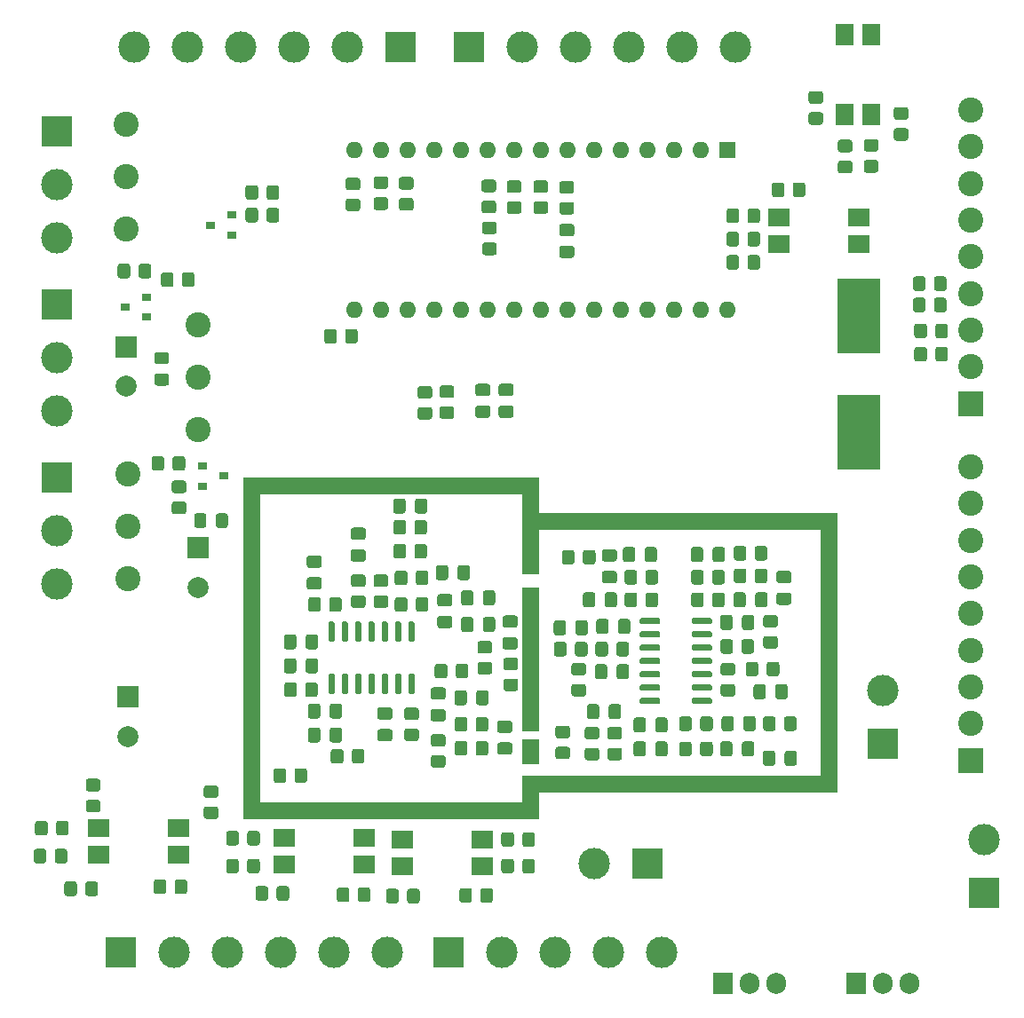
<source format=gbr>
%TF.GenerationSoftware,KiCad,Pcbnew,5.1.9-73d0e3b20d~88~ubuntu20.04.1*%
%TF.CreationDate,2021-04-05T22:07:47+03:00*%
%TF.ProjectId,hymRC,68796d52-432e-46b6-9963-61645f706362,rev?*%
%TF.SameCoordinates,Original*%
%TF.FileFunction,Soldermask,Bot*%
%TF.FilePolarity,Negative*%
%FSLAX46Y46*%
G04 Gerber Fmt 4.6, Leading zero omitted, Abs format (unit mm)*
G04 Created by KiCad (PCBNEW 5.1.9-73d0e3b20d~88~ubuntu20.04.1) date 2021-04-05 22:07:47*
%MOMM*%
%LPD*%
G01*
G04 APERTURE LIST*
%ADD10C,0.100000*%
%ADD11C,3.000000*%
%ADD12R,3.000000X3.000000*%
%ADD13R,4.100000X7.175000*%
%ADD14R,2.000000X1.780000*%
%ADD15O,1.905000X2.000000*%
%ADD16R,1.905000X2.000000*%
%ADD17R,1.780000X2.000000*%
%ADD18R,0.900000X0.800000*%
%ADD19C,2.000000*%
%ADD20R,2.000000X2.000000*%
%ADD21C,2.400000*%
%ADD22R,2.400000X2.400000*%
%ADD23O,1.600000X1.600000*%
%ADD24R,1.600000X1.600000*%
G04 APERTURE END LIST*
D10*
G36*
X102235000Y-107442000D02*
G01*
X100711000Y-107442000D01*
X100711000Y-80899000D01*
X102235000Y-80899000D01*
X102235000Y-107442000D01*
G37*
X102235000Y-107442000D02*
X100711000Y-107442000D01*
X100711000Y-80899000D01*
X102235000Y-80899000D01*
X102235000Y-107442000D01*
G36*
X101854000Y-107442000D02*
G01*
X73787000Y-107442000D01*
X73787000Y-105918000D01*
X101854000Y-105918000D01*
X101854000Y-107442000D01*
G37*
X101854000Y-107442000D02*
X73787000Y-107442000D01*
X73787000Y-105918000D01*
X101854000Y-105918000D01*
X101854000Y-107442000D01*
G36*
X101600000Y-82423000D02*
G01*
X73533000Y-82423000D01*
X73533000Y-80899000D01*
X101600000Y-80899000D01*
X101600000Y-82423000D01*
G37*
X101600000Y-82423000D02*
X73533000Y-82423000D01*
X73533000Y-80899000D01*
X101600000Y-80899000D01*
X101600000Y-82423000D01*
G36*
X73787000Y-104775000D02*
G01*
X72263000Y-104775000D01*
X72263000Y-102489000D01*
X73787000Y-102489000D01*
X73787000Y-104775000D01*
G37*
X73787000Y-104775000D02*
X72263000Y-104775000D01*
X72263000Y-102489000D01*
X73787000Y-102489000D01*
X73787000Y-104775000D01*
G36*
X73787000Y-101600000D02*
G01*
X72263000Y-101600000D01*
X72263000Y-88011000D01*
X73787000Y-88011000D01*
X73787000Y-101600000D01*
G37*
X73787000Y-101600000D02*
X72263000Y-101600000D01*
X72263000Y-88011000D01*
X73787000Y-88011000D01*
X73787000Y-101600000D01*
G36*
X73787000Y-109347000D02*
G01*
X72263000Y-109347000D01*
X72263000Y-105918000D01*
X73787000Y-105918000D01*
X73787000Y-109347000D01*
G37*
X73787000Y-109347000D02*
X72263000Y-109347000D01*
X72263000Y-105918000D01*
X73787000Y-105918000D01*
X73787000Y-109347000D01*
G36*
X73787000Y-86614000D02*
G01*
X72263000Y-86614000D01*
X72263000Y-78105000D01*
X73787000Y-78105000D01*
X73787000Y-86614000D01*
G37*
X73787000Y-86614000D02*
X72263000Y-86614000D01*
X72263000Y-78105000D01*
X73787000Y-78105000D01*
X73787000Y-86614000D01*
G36*
X47244000Y-109347000D02*
G01*
X45720000Y-109347000D01*
X45720000Y-78105000D01*
X47244000Y-78105000D01*
X47244000Y-109347000D01*
G37*
X47244000Y-109347000D02*
X45720000Y-109347000D01*
X45720000Y-78105000D01*
X47244000Y-78105000D01*
X47244000Y-109347000D01*
G36*
X73787000Y-109982000D02*
G01*
X45720000Y-109982000D01*
X45720000Y-108458000D01*
X73787000Y-108458000D01*
X73787000Y-109982000D01*
G37*
X73787000Y-109982000D02*
X45720000Y-109982000D01*
X45720000Y-108458000D01*
X73787000Y-108458000D01*
X73787000Y-109982000D01*
G36*
X73787000Y-78994000D02*
G01*
X45720000Y-78994000D01*
X45720000Y-77470000D01*
X73787000Y-77470000D01*
X73787000Y-78994000D01*
G37*
X73787000Y-78994000D02*
X45720000Y-78994000D01*
X45720000Y-77470000D01*
X73787000Y-77470000D01*
X73787000Y-78994000D01*
D11*
%TO.C,J12*%
X116268500Y-112014000D03*
D12*
X116268500Y-117094000D03*
%TD*%
%TO.C,U6*%
G36*
G01*
X85431500Y-91036000D02*
X85431500Y-91336000D01*
G75*
G02*
X85281500Y-91486000I-150000J0D01*
G01*
X83631500Y-91486000D01*
G75*
G02*
X83481500Y-91336000I0J150000D01*
G01*
X83481500Y-91036000D01*
G75*
G02*
X83631500Y-90886000I150000J0D01*
G01*
X85281500Y-90886000D01*
G75*
G02*
X85431500Y-91036000I0J-150000D01*
G01*
G37*
G36*
G01*
X85431500Y-92306000D02*
X85431500Y-92606000D01*
G75*
G02*
X85281500Y-92756000I-150000J0D01*
G01*
X83631500Y-92756000D01*
G75*
G02*
X83481500Y-92606000I0J150000D01*
G01*
X83481500Y-92306000D01*
G75*
G02*
X83631500Y-92156000I150000J0D01*
G01*
X85281500Y-92156000D01*
G75*
G02*
X85431500Y-92306000I0J-150000D01*
G01*
G37*
G36*
G01*
X85431500Y-93576000D02*
X85431500Y-93876000D01*
G75*
G02*
X85281500Y-94026000I-150000J0D01*
G01*
X83631500Y-94026000D01*
G75*
G02*
X83481500Y-93876000I0J150000D01*
G01*
X83481500Y-93576000D01*
G75*
G02*
X83631500Y-93426000I150000J0D01*
G01*
X85281500Y-93426000D01*
G75*
G02*
X85431500Y-93576000I0J-150000D01*
G01*
G37*
G36*
G01*
X85431500Y-94846000D02*
X85431500Y-95146000D01*
G75*
G02*
X85281500Y-95296000I-150000J0D01*
G01*
X83631500Y-95296000D01*
G75*
G02*
X83481500Y-95146000I0J150000D01*
G01*
X83481500Y-94846000D01*
G75*
G02*
X83631500Y-94696000I150000J0D01*
G01*
X85281500Y-94696000D01*
G75*
G02*
X85431500Y-94846000I0J-150000D01*
G01*
G37*
G36*
G01*
X85431500Y-96116000D02*
X85431500Y-96416000D01*
G75*
G02*
X85281500Y-96566000I-150000J0D01*
G01*
X83631500Y-96566000D01*
G75*
G02*
X83481500Y-96416000I0J150000D01*
G01*
X83481500Y-96116000D01*
G75*
G02*
X83631500Y-95966000I150000J0D01*
G01*
X85281500Y-95966000D01*
G75*
G02*
X85431500Y-96116000I0J-150000D01*
G01*
G37*
G36*
G01*
X85431500Y-97386000D02*
X85431500Y-97686000D01*
G75*
G02*
X85281500Y-97836000I-150000J0D01*
G01*
X83631500Y-97836000D01*
G75*
G02*
X83481500Y-97686000I0J150000D01*
G01*
X83481500Y-97386000D01*
G75*
G02*
X83631500Y-97236000I150000J0D01*
G01*
X85281500Y-97236000D01*
G75*
G02*
X85431500Y-97386000I0J-150000D01*
G01*
G37*
G36*
G01*
X85431500Y-98656000D02*
X85431500Y-98956000D01*
G75*
G02*
X85281500Y-99106000I-150000J0D01*
G01*
X83631500Y-99106000D01*
G75*
G02*
X83481500Y-98956000I0J150000D01*
G01*
X83481500Y-98656000D01*
G75*
G02*
X83631500Y-98506000I150000J0D01*
G01*
X85281500Y-98506000D01*
G75*
G02*
X85431500Y-98656000I0J-150000D01*
G01*
G37*
G36*
G01*
X90381500Y-98656000D02*
X90381500Y-98956000D01*
G75*
G02*
X90231500Y-99106000I-150000J0D01*
G01*
X88581500Y-99106000D01*
G75*
G02*
X88431500Y-98956000I0J150000D01*
G01*
X88431500Y-98656000D01*
G75*
G02*
X88581500Y-98506000I150000J0D01*
G01*
X90231500Y-98506000D01*
G75*
G02*
X90381500Y-98656000I0J-150000D01*
G01*
G37*
G36*
G01*
X90381500Y-97386000D02*
X90381500Y-97686000D01*
G75*
G02*
X90231500Y-97836000I-150000J0D01*
G01*
X88581500Y-97836000D01*
G75*
G02*
X88431500Y-97686000I0J150000D01*
G01*
X88431500Y-97386000D01*
G75*
G02*
X88581500Y-97236000I150000J0D01*
G01*
X90231500Y-97236000D01*
G75*
G02*
X90381500Y-97386000I0J-150000D01*
G01*
G37*
G36*
G01*
X90381500Y-96116000D02*
X90381500Y-96416000D01*
G75*
G02*
X90231500Y-96566000I-150000J0D01*
G01*
X88581500Y-96566000D01*
G75*
G02*
X88431500Y-96416000I0J150000D01*
G01*
X88431500Y-96116000D01*
G75*
G02*
X88581500Y-95966000I150000J0D01*
G01*
X90231500Y-95966000D01*
G75*
G02*
X90381500Y-96116000I0J-150000D01*
G01*
G37*
G36*
G01*
X90381500Y-94846000D02*
X90381500Y-95146000D01*
G75*
G02*
X90231500Y-95296000I-150000J0D01*
G01*
X88581500Y-95296000D01*
G75*
G02*
X88431500Y-95146000I0J150000D01*
G01*
X88431500Y-94846000D01*
G75*
G02*
X88581500Y-94696000I150000J0D01*
G01*
X90231500Y-94696000D01*
G75*
G02*
X90381500Y-94846000I0J-150000D01*
G01*
G37*
G36*
G01*
X90381500Y-93576000D02*
X90381500Y-93876000D01*
G75*
G02*
X90231500Y-94026000I-150000J0D01*
G01*
X88581500Y-94026000D01*
G75*
G02*
X88431500Y-93876000I0J150000D01*
G01*
X88431500Y-93576000D01*
G75*
G02*
X88581500Y-93426000I150000J0D01*
G01*
X90231500Y-93426000D01*
G75*
G02*
X90381500Y-93576000I0J-150000D01*
G01*
G37*
G36*
G01*
X90381500Y-92306000D02*
X90381500Y-92606000D01*
G75*
G02*
X90231500Y-92756000I-150000J0D01*
G01*
X88581500Y-92756000D01*
G75*
G02*
X88431500Y-92606000I0J150000D01*
G01*
X88431500Y-92306000D01*
G75*
G02*
X88581500Y-92156000I150000J0D01*
G01*
X90231500Y-92156000D01*
G75*
G02*
X90381500Y-92306000I0J-150000D01*
G01*
G37*
G36*
G01*
X90381500Y-91036000D02*
X90381500Y-91336000D01*
G75*
G02*
X90231500Y-91486000I-150000J0D01*
G01*
X88581500Y-91486000D01*
G75*
G02*
X88431500Y-91336000I0J150000D01*
G01*
X88431500Y-91036000D01*
G75*
G02*
X88581500Y-90886000I150000J0D01*
G01*
X90231500Y-90886000D01*
G75*
G02*
X90381500Y-91036000I0J-150000D01*
G01*
G37*
%TD*%
D13*
%TO.C,Y1*%
X104394000Y-73165000D03*
X104394000Y-62090000D03*
%TD*%
D14*
%TO.C,U14*%
X31877000Y-110934500D03*
X39497000Y-113474500D03*
X31877000Y-113474500D03*
X39497000Y-110934500D03*
%TD*%
%TO.C,U13*%
X49593500Y-111887000D03*
X57213500Y-114427000D03*
X49593500Y-114427000D03*
X57213500Y-111887000D03*
%TD*%
%TO.C,U11*%
X104394000Y-55245000D03*
X96774000Y-52705000D03*
X104394000Y-52705000D03*
X96774000Y-55245000D03*
%TD*%
D15*
%TO.C,U9*%
X96520000Y-125730000D03*
X93980000Y-125730000D03*
D16*
X91440000Y-125730000D03*
%TD*%
D15*
%TO.C,U8*%
X109220000Y-125730000D03*
X106680000Y-125730000D03*
D16*
X104140000Y-125730000D03*
%TD*%
%TO.C,U7*%
G36*
G01*
X61872000Y-93178500D02*
X61572000Y-93178500D01*
G75*
G02*
X61422000Y-93028500I0J150000D01*
G01*
X61422000Y-91378500D01*
G75*
G02*
X61572000Y-91228500I150000J0D01*
G01*
X61872000Y-91228500D01*
G75*
G02*
X62022000Y-91378500I0J-150000D01*
G01*
X62022000Y-93028500D01*
G75*
G02*
X61872000Y-93178500I-150000J0D01*
G01*
G37*
G36*
G01*
X60602000Y-93178500D02*
X60302000Y-93178500D01*
G75*
G02*
X60152000Y-93028500I0J150000D01*
G01*
X60152000Y-91378500D01*
G75*
G02*
X60302000Y-91228500I150000J0D01*
G01*
X60602000Y-91228500D01*
G75*
G02*
X60752000Y-91378500I0J-150000D01*
G01*
X60752000Y-93028500D01*
G75*
G02*
X60602000Y-93178500I-150000J0D01*
G01*
G37*
G36*
G01*
X59332000Y-93178500D02*
X59032000Y-93178500D01*
G75*
G02*
X58882000Y-93028500I0J150000D01*
G01*
X58882000Y-91378500D01*
G75*
G02*
X59032000Y-91228500I150000J0D01*
G01*
X59332000Y-91228500D01*
G75*
G02*
X59482000Y-91378500I0J-150000D01*
G01*
X59482000Y-93028500D01*
G75*
G02*
X59332000Y-93178500I-150000J0D01*
G01*
G37*
G36*
G01*
X58062000Y-93178500D02*
X57762000Y-93178500D01*
G75*
G02*
X57612000Y-93028500I0J150000D01*
G01*
X57612000Y-91378500D01*
G75*
G02*
X57762000Y-91228500I150000J0D01*
G01*
X58062000Y-91228500D01*
G75*
G02*
X58212000Y-91378500I0J-150000D01*
G01*
X58212000Y-93028500D01*
G75*
G02*
X58062000Y-93178500I-150000J0D01*
G01*
G37*
G36*
G01*
X56792000Y-93178500D02*
X56492000Y-93178500D01*
G75*
G02*
X56342000Y-93028500I0J150000D01*
G01*
X56342000Y-91378500D01*
G75*
G02*
X56492000Y-91228500I150000J0D01*
G01*
X56792000Y-91228500D01*
G75*
G02*
X56942000Y-91378500I0J-150000D01*
G01*
X56942000Y-93028500D01*
G75*
G02*
X56792000Y-93178500I-150000J0D01*
G01*
G37*
G36*
G01*
X55522000Y-93178500D02*
X55222000Y-93178500D01*
G75*
G02*
X55072000Y-93028500I0J150000D01*
G01*
X55072000Y-91378500D01*
G75*
G02*
X55222000Y-91228500I150000J0D01*
G01*
X55522000Y-91228500D01*
G75*
G02*
X55672000Y-91378500I0J-150000D01*
G01*
X55672000Y-93028500D01*
G75*
G02*
X55522000Y-93178500I-150000J0D01*
G01*
G37*
G36*
G01*
X54252000Y-93178500D02*
X53952000Y-93178500D01*
G75*
G02*
X53802000Y-93028500I0J150000D01*
G01*
X53802000Y-91378500D01*
G75*
G02*
X53952000Y-91228500I150000J0D01*
G01*
X54252000Y-91228500D01*
G75*
G02*
X54402000Y-91378500I0J-150000D01*
G01*
X54402000Y-93028500D01*
G75*
G02*
X54252000Y-93178500I-150000J0D01*
G01*
G37*
G36*
G01*
X54252000Y-98128500D02*
X53952000Y-98128500D01*
G75*
G02*
X53802000Y-97978500I0J150000D01*
G01*
X53802000Y-96328500D01*
G75*
G02*
X53952000Y-96178500I150000J0D01*
G01*
X54252000Y-96178500D01*
G75*
G02*
X54402000Y-96328500I0J-150000D01*
G01*
X54402000Y-97978500D01*
G75*
G02*
X54252000Y-98128500I-150000J0D01*
G01*
G37*
G36*
G01*
X55522000Y-98128500D02*
X55222000Y-98128500D01*
G75*
G02*
X55072000Y-97978500I0J150000D01*
G01*
X55072000Y-96328500D01*
G75*
G02*
X55222000Y-96178500I150000J0D01*
G01*
X55522000Y-96178500D01*
G75*
G02*
X55672000Y-96328500I0J-150000D01*
G01*
X55672000Y-97978500D01*
G75*
G02*
X55522000Y-98128500I-150000J0D01*
G01*
G37*
G36*
G01*
X56792000Y-98128500D02*
X56492000Y-98128500D01*
G75*
G02*
X56342000Y-97978500I0J150000D01*
G01*
X56342000Y-96328500D01*
G75*
G02*
X56492000Y-96178500I150000J0D01*
G01*
X56792000Y-96178500D01*
G75*
G02*
X56942000Y-96328500I0J-150000D01*
G01*
X56942000Y-97978500D01*
G75*
G02*
X56792000Y-98128500I-150000J0D01*
G01*
G37*
G36*
G01*
X58062000Y-98128500D02*
X57762000Y-98128500D01*
G75*
G02*
X57612000Y-97978500I0J150000D01*
G01*
X57612000Y-96328500D01*
G75*
G02*
X57762000Y-96178500I150000J0D01*
G01*
X58062000Y-96178500D01*
G75*
G02*
X58212000Y-96328500I0J-150000D01*
G01*
X58212000Y-97978500D01*
G75*
G02*
X58062000Y-98128500I-150000J0D01*
G01*
G37*
G36*
G01*
X59332000Y-98128500D02*
X59032000Y-98128500D01*
G75*
G02*
X58882000Y-97978500I0J150000D01*
G01*
X58882000Y-96328500D01*
G75*
G02*
X59032000Y-96178500I150000J0D01*
G01*
X59332000Y-96178500D01*
G75*
G02*
X59482000Y-96328500I0J-150000D01*
G01*
X59482000Y-97978500D01*
G75*
G02*
X59332000Y-98128500I-150000J0D01*
G01*
G37*
G36*
G01*
X60602000Y-98128500D02*
X60302000Y-98128500D01*
G75*
G02*
X60152000Y-97978500I0J150000D01*
G01*
X60152000Y-96328500D01*
G75*
G02*
X60302000Y-96178500I150000J0D01*
G01*
X60602000Y-96178500D01*
G75*
G02*
X60752000Y-96328500I0J-150000D01*
G01*
X60752000Y-97978500D01*
G75*
G02*
X60602000Y-98128500I-150000J0D01*
G01*
G37*
G36*
G01*
X61872000Y-98128500D02*
X61572000Y-98128500D01*
G75*
G02*
X61422000Y-97978500I0J150000D01*
G01*
X61422000Y-96328500D01*
G75*
G02*
X61572000Y-96178500I150000J0D01*
G01*
X61872000Y-96178500D01*
G75*
G02*
X62022000Y-96328500I0J-150000D01*
G01*
X62022000Y-97978500D01*
G75*
G02*
X61872000Y-98128500I-150000J0D01*
G01*
G37*
%TD*%
D14*
%TO.C,U5*%
X60833000Y-112014000D03*
X68453000Y-114554000D03*
X60833000Y-114554000D03*
X68453000Y-112014000D03*
%TD*%
D17*
%TO.C,U4*%
X105537000Y-35242500D03*
X102997000Y-42862500D03*
X102997000Y-35242500D03*
X105537000Y-42862500D03*
%TD*%
%TO.C,R107*%
G36*
G01*
X26905000Y-113151499D02*
X26905000Y-114051501D01*
G75*
G02*
X26655001Y-114301500I-249999J0D01*
G01*
X25954999Y-114301500D01*
G75*
G02*
X25705000Y-114051501I0J249999D01*
G01*
X25705000Y-113151499D01*
G75*
G02*
X25954999Y-112901500I249999J0D01*
G01*
X26655001Y-112901500D01*
G75*
G02*
X26905000Y-113151499I0J-249999D01*
G01*
G37*
G36*
G01*
X28905000Y-113151499D02*
X28905000Y-114051501D01*
G75*
G02*
X28655001Y-114301500I-249999J0D01*
G01*
X27954999Y-114301500D01*
G75*
G02*
X27705000Y-114051501I0J249999D01*
G01*
X27705000Y-113151499D01*
G75*
G02*
X27954999Y-112901500I249999J0D01*
G01*
X28655001Y-112901500D01*
G75*
G02*
X28905000Y-113151499I0J-249999D01*
G01*
G37*
%TD*%
%TO.C,R106*%
G36*
G01*
X27032000Y-110484499D02*
X27032000Y-111384501D01*
G75*
G02*
X26782001Y-111634500I-249999J0D01*
G01*
X26081999Y-111634500D01*
G75*
G02*
X25832000Y-111384501I0J249999D01*
G01*
X25832000Y-110484499D01*
G75*
G02*
X26081999Y-110234500I249999J0D01*
G01*
X26782001Y-110234500D01*
G75*
G02*
X27032000Y-110484499I0J-249999D01*
G01*
G37*
G36*
G01*
X29032000Y-110484499D02*
X29032000Y-111384501D01*
G75*
G02*
X28782001Y-111634500I-249999J0D01*
G01*
X28081999Y-111634500D01*
G75*
G02*
X27832000Y-111384501I0J249999D01*
G01*
X27832000Y-110484499D01*
G75*
G02*
X28081999Y-110234500I249999J0D01*
G01*
X28782001Y-110234500D01*
G75*
G02*
X29032000Y-110484499I0J-249999D01*
G01*
G37*
%TD*%
%TO.C,R105*%
G36*
G01*
X30626000Y-117163001D02*
X30626000Y-116262999D01*
G75*
G02*
X30875999Y-116013000I249999J0D01*
G01*
X31576001Y-116013000D01*
G75*
G02*
X31826000Y-116262999I0J-249999D01*
G01*
X31826000Y-117163001D01*
G75*
G02*
X31576001Y-117413000I-249999J0D01*
G01*
X30875999Y-117413000D01*
G75*
G02*
X30626000Y-117163001I0J249999D01*
G01*
G37*
G36*
G01*
X28626000Y-117163001D02*
X28626000Y-116262999D01*
G75*
G02*
X28875999Y-116013000I249999J0D01*
G01*
X29576001Y-116013000D01*
G75*
G02*
X29826000Y-116262999I0J-249999D01*
G01*
X29826000Y-117163001D01*
G75*
G02*
X29576001Y-117413000I-249999J0D01*
G01*
X28875999Y-117413000D01*
G75*
G02*
X28626000Y-117163001I0J249999D01*
G01*
G37*
%TD*%
%TO.C,R104*%
G36*
G01*
X31819001Y-107423000D02*
X30918999Y-107423000D01*
G75*
G02*
X30669000Y-107173001I0J249999D01*
G01*
X30669000Y-106472999D01*
G75*
G02*
X30918999Y-106223000I249999J0D01*
G01*
X31819001Y-106223000D01*
G75*
G02*
X32069000Y-106472999I0J-249999D01*
G01*
X32069000Y-107173001D01*
G75*
G02*
X31819001Y-107423000I-249999J0D01*
G01*
G37*
G36*
G01*
X31819001Y-109423000D02*
X30918999Y-109423000D01*
G75*
G02*
X30669000Y-109173001I0J249999D01*
G01*
X30669000Y-108472999D01*
G75*
G02*
X30918999Y-108223000I249999J0D01*
G01*
X31819001Y-108223000D01*
G75*
G02*
X32069000Y-108472999I0J-249999D01*
G01*
X32069000Y-109173001D01*
G75*
G02*
X31819001Y-109423000I-249999J0D01*
G01*
G37*
%TD*%
%TO.C,R103*%
G36*
G01*
X39135000Y-116972501D02*
X39135000Y-116072499D01*
G75*
G02*
X39384999Y-115822500I249999J0D01*
G01*
X40085001Y-115822500D01*
G75*
G02*
X40335000Y-116072499I0J-249999D01*
G01*
X40335000Y-116972501D01*
G75*
G02*
X40085001Y-117222500I-249999J0D01*
G01*
X39384999Y-117222500D01*
G75*
G02*
X39135000Y-116972501I0J249999D01*
G01*
G37*
G36*
G01*
X37135000Y-116972501D02*
X37135000Y-116072499D01*
G75*
G02*
X37384999Y-115822500I249999J0D01*
G01*
X38085001Y-115822500D01*
G75*
G02*
X38335000Y-116072499I0J-249999D01*
G01*
X38335000Y-116972501D01*
G75*
G02*
X38085001Y-117222500I-249999J0D01*
G01*
X37384999Y-117222500D01*
G75*
G02*
X37135000Y-116972501I0J249999D01*
G01*
G37*
%TD*%
%TO.C,R102*%
G36*
G01*
X55391000Y-64458001D02*
X55391000Y-63557999D01*
G75*
G02*
X55640999Y-63308000I249999J0D01*
G01*
X56341001Y-63308000D01*
G75*
G02*
X56591000Y-63557999I0J-249999D01*
G01*
X56591000Y-64458001D01*
G75*
G02*
X56341001Y-64708000I-249999J0D01*
G01*
X55640999Y-64708000D01*
G75*
G02*
X55391000Y-64458001I0J249999D01*
G01*
G37*
G36*
G01*
X53391000Y-64458001D02*
X53391000Y-63557999D01*
G75*
G02*
X53640999Y-63308000I249999J0D01*
G01*
X54341001Y-63308000D01*
G75*
G02*
X54591000Y-63557999I0J-249999D01*
G01*
X54591000Y-64458001D01*
G75*
G02*
X54341001Y-64708000I-249999J0D01*
G01*
X53640999Y-64708000D01*
G75*
G02*
X53391000Y-64458001I0J249999D01*
G01*
G37*
%TD*%
%TO.C,R101*%
G36*
G01*
X56584001Y-50082500D02*
X55683999Y-50082500D01*
G75*
G02*
X55434000Y-49832501I0J249999D01*
G01*
X55434000Y-49132499D01*
G75*
G02*
X55683999Y-48882500I249999J0D01*
G01*
X56584001Y-48882500D01*
G75*
G02*
X56834000Y-49132499I0J-249999D01*
G01*
X56834000Y-49832501D01*
G75*
G02*
X56584001Y-50082500I-249999J0D01*
G01*
G37*
G36*
G01*
X56584001Y-52082500D02*
X55683999Y-52082500D01*
G75*
G02*
X55434000Y-51832501I0J249999D01*
G01*
X55434000Y-51132499D01*
G75*
G02*
X55683999Y-50882500I249999J0D01*
G01*
X56584001Y-50882500D01*
G75*
G02*
X56834000Y-51132499I0J-249999D01*
G01*
X56834000Y-51832501D01*
G75*
G02*
X56584001Y-52082500I-249999J0D01*
G01*
G37*
%TD*%
%TO.C,R100*%
G36*
G01*
X59251001Y-49955500D02*
X58350999Y-49955500D01*
G75*
G02*
X58101000Y-49705501I0J249999D01*
G01*
X58101000Y-49005499D01*
G75*
G02*
X58350999Y-48755500I249999J0D01*
G01*
X59251001Y-48755500D01*
G75*
G02*
X59501000Y-49005499I0J-249999D01*
G01*
X59501000Y-49705501D01*
G75*
G02*
X59251001Y-49955500I-249999J0D01*
G01*
G37*
G36*
G01*
X59251001Y-51955500D02*
X58350999Y-51955500D01*
G75*
G02*
X58101000Y-51705501I0J249999D01*
G01*
X58101000Y-51005499D01*
G75*
G02*
X58350999Y-50755500I249999J0D01*
G01*
X59251001Y-50755500D01*
G75*
G02*
X59501000Y-51005499I0J-249999D01*
G01*
X59501000Y-51705501D01*
G75*
G02*
X59251001Y-51955500I-249999J0D01*
G01*
G37*
%TD*%
%TO.C,R99*%
G36*
G01*
X61664001Y-50019000D02*
X60763999Y-50019000D01*
G75*
G02*
X60514000Y-49769001I0J249999D01*
G01*
X60514000Y-49068999D01*
G75*
G02*
X60763999Y-48819000I249999J0D01*
G01*
X61664001Y-48819000D01*
G75*
G02*
X61914000Y-49068999I0J-249999D01*
G01*
X61914000Y-49769001D01*
G75*
G02*
X61664001Y-50019000I-249999J0D01*
G01*
G37*
G36*
G01*
X61664001Y-52019000D02*
X60763999Y-52019000D01*
G75*
G02*
X60514000Y-51769001I0J249999D01*
G01*
X60514000Y-51068999D01*
G75*
G02*
X60763999Y-50819000I249999J0D01*
G01*
X61664001Y-50819000D01*
G75*
G02*
X61914000Y-51068999I0J-249999D01*
G01*
X61914000Y-51769001D01*
G75*
G02*
X61664001Y-52019000I-249999J0D01*
G01*
G37*
%TD*%
%TO.C,R98*%
G36*
G01*
X45256500Y-114103999D02*
X45256500Y-115004001D01*
G75*
G02*
X45006501Y-115254000I-249999J0D01*
G01*
X44306499Y-115254000D01*
G75*
G02*
X44056500Y-115004001I0J249999D01*
G01*
X44056500Y-114103999D01*
G75*
G02*
X44306499Y-113854000I249999J0D01*
G01*
X45006501Y-113854000D01*
G75*
G02*
X45256500Y-114103999I0J-249999D01*
G01*
G37*
G36*
G01*
X47256500Y-114103999D02*
X47256500Y-115004001D01*
G75*
G02*
X47006501Y-115254000I-249999J0D01*
G01*
X46306499Y-115254000D01*
G75*
G02*
X46056500Y-115004001I0J249999D01*
G01*
X46056500Y-114103999D01*
G75*
G02*
X46306499Y-113854000I249999J0D01*
G01*
X47006501Y-113854000D01*
G75*
G02*
X47256500Y-114103999I0J-249999D01*
G01*
G37*
%TD*%
%TO.C,R97*%
G36*
G01*
X45256500Y-111436999D02*
X45256500Y-112337001D01*
G75*
G02*
X45006501Y-112587000I-249999J0D01*
G01*
X44306499Y-112587000D01*
G75*
G02*
X44056500Y-112337001I0J249999D01*
G01*
X44056500Y-111436999D01*
G75*
G02*
X44306499Y-111187000I249999J0D01*
G01*
X45006501Y-111187000D01*
G75*
G02*
X45256500Y-111436999I0J-249999D01*
G01*
G37*
G36*
G01*
X47256500Y-111436999D02*
X47256500Y-112337001D01*
G75*
G02*
X47006501Y-112587000I-249999J0D01*
G01*
X46306499Y-112587000D01*
G75*
G02*
X46056500Y-112337001I0J249999D01*
G01*
X46056500Y-111436999D01*
G75*
G02*
X46306499Y-111187000I249999J0D01*
G01*
X47006501Y-111187000D01*
G75*
G02*
X47256500Y-111436999I0J-249999D01*
G01*
G37*
%TD*%
%TO.C,R96*%
G36*
G01*
X48850500Y-117607501D02*
X48850500Y-116707499D01*
G75*
G02*
X49100499Y-116457500I249999J0D01*
G01*
X49800501Y-116457500D01*
G75*
G02*
X50050500Y-116707499I0J-249999D01*
G01*
X50050500Y-117607501D01*
G75*
G02*
X49800501Y-117857500I-249999J0D01*
G01*
X49100499Y-117857500D01*
G75*
G02*
X48850500Y-117607501I0J249999D01*
G01*
G37*
G36*
G01*
X46850500Y-117607501D02*
X46850500Y-116707499D01*
G75*
G02*
X47100499Y-116457500I249999J0D01*
G01*
X47800501Y-116457500D01*
G75*
G02*
X48050500Y-116707499I0J-249999D01*
G01*
X48050500Y-117607501D01*
G75*
G02*
X47800501Y-117857500I-249999J0D01*
G01*
X47100499Y-117857500D01*
G75*
G02*
X46850500Y-117607501I0J249999D01*
G01*
G37*
%TD*%
%TO.C,R95*%
G36*
G01*
X43058501Y-108058000D02*
X42158499Y-108058000D01*
G75*
G02*
X41908500Y-107808001I0J249999D01*
G01*
X41908500Y-107107999D01*
G75*
G02*
X42158499Y-106858000I249999J0D01*
G01*
X43058501Y-106858000D01*
G75*
G02*
X43308500Y-107107999I0J-249999D01*
G01*
X43308500Y-107808001D01*
G75*
G02*
X43058501Y-108058000I-249999J0D01*
G01*
G37*
G36*
G01*
X43058501Y-110058000D02*
X42158499Y-110058000D01*
G75*
G02*
X41908500Y-109808001I0J249999D01*
G01*
X41908500Y-109107999D01*
G75*
G02*
X42158499Y-108858000I249999J0D01*
G01*
X43058501Y-108858000D01*
G75*
G02*
X43308500Y-109107999I0J-249999D01*
G01*
X43308500Y-109808001D01*
G75*
G02*
X43058501Y-110058000I-249999J0D01*
G01*
G37*
%TD*%
%TO.C,R94*%
G36*
G01*
X56597500Y-117734501D02*
X56597500Y-116834499D01*
G75*
G02*
X56847499Y-116584500I249999J0D01*
G01*
X57547501Y-116584500D01*
G75*
G02*
X57797500Y-116834499I0J-249999D01*
G01*
X57797500Y-117734501D01*
G75*
G02*
X57547501Y-117984500I-249999J0D01*
G01*
X56847499Y-117984500D01*
G75*
G02*
X56597500Y-117734501I0J249999D01*
G01*
G37*
G36*
G01*
X54597500Y-117734501D02*
X54597500Y-116834499D01*
G75*
G02*
X54847499Y-116584500I249999J0D01*
G01*
X55547501Y-116584500D01*
G75*
G02*
X55797500Y-116834499I0J-249999D01*
G01*
X55797500Y-117734501D01*
G75*
G02*
X55547501Y-117984500I-249999J0D01*
G01*
X54847499Y-117984500D01*
G75*
G02*
X54597500Y-117734501I0J249999D01*
G01*
G37*
%TD*%
%TO.C,R88*%
G36*
G01*
X97263000Y-49587999D02*
X97263000Y-50488001D01*
G75*
G02*
X97013001Y-50738000I-249999J0D01*
G01*
X96312999Y-50738000D01*
G75*
G02*
X96063000Y-50488001I0J249999D01*
G01*
X96063000Y-49587999D01*
G75*
G02*
X96312999Y-49338000I249999J0D01*
G01*
X97013001Y-49338000D01*
G75*
G02*
X97263000Y-49587999I0J-249999D01*
G01*
G37*
G36*
G01*
X99263000Y-49587999D02*
X99263000Y-50488001D01*
G75*
G02*
X99013001Y-50738000I-249999J0D01*
G01*
X98312999Y-50738000D01*
G75*
G02*
X98063000Y-50488001I0J249999D01*
G01*
X98063000Y-49587999D01*
G75*
G02*
X98312999Y-49338000I249999J0D01*
G01*
X99013001Y-49338000D01*
G75*
G02*
X99263000Y-49587999I0J-249999D01*
G01*
G37*
%TD*%
%TO.C,R87*%
G36*
G01*
X92945000Y-56509499D02*
X92945000Y-57409501D01*
G75*
G02*
X92695001Y-57659500I-249999J0D01*
G01*
X91994999Y-57659500D01*
G75*
G02*
X91745000Y-57409501I0J249999D01*
G01*
X91745000Y-56509499D01*
G75*
G02*
X91994999Y-56259500I249999J0D01*
G01*
X92695001Y-56259500D01*
G75*
G02*
X92945000Y-56509499I0J-249999D01*
G01*
G37*
G36*
G01*
X94945000Y-56509499D02*
X94945000Y-57409501D01*
G75*
G02*
X94695001Y-57659500I-249999J0D01*
G01*
X93994999Y-57659500D01*
G75*
G02*
X93745000Y-57409501I0J249999D01*
G01*
X93745000Y-56509499D01*
G75*
G02*
X93994999Y-56259500I249999J0D01*
G01*
X94695001Y-56259500D01*
G75*
G02*
X94945000Y-56509499I0J-249999D01*
G01*
G37*
%TD*%
%TO.C,R86*%
G36*
G01*
X92945000Y-52064499D02*
X92945000Y-52964501D01*
G75*
G02*
X92695001Y-53214500I-249999J0D01*
G01*
X91994999Y-53214500D01*
G75*
G02*
X91745000Y-52964501I0J249999D01*
G01*
X91745000Y-52064499D01*
G75*
G02*
X91994999Y-51814500I249999J0D01*
G01*
X92695001Y-51814500D01*
G75*
G02*
X92945000Y-52064499I0J-249999D01*
G01*
G37*
G36*
G01*
X94945000Y-52064499D02*
X94945000Y-52964501D01*
G75*
G02*
X94695001Y-53214500I-249999J0D01*
G01*
X93994999Y-53214500D01*
G75*
G02*
X93745000Y-52964501I0J249999D01*
G01*
X93745000Y-52064499D01*
G75*
G02*
X93994999Y-51814500I249999J0D01*
G01*
X94695001Y-51814500D01*
G75*
G02*
X94945000Y-52064499I0J-249999D01*
G01*
G37*
%TD*%
%TO.C,R85*%
G36*
G01*
X92945000Y-54286999D02*
X92945000Y-55187001D01*
G75*
G02*
X92695001Y-55437000I-249999J0D01*
G01*
X91994999Y-55437000D01*
G75*
G02*
X91745000Y-55187001I0J249999D01*
G01*
X91745000Y-54286999D01*
G75*
G02*
X91994999Y-54037000I249999J0D01*
G01*
X92695001Y-54037000D01*
G75*
G02*
X92945000Y-54286999I0J-249999D01*
G01*
G37*
G36*
G01*
X94945000Y-54286999D02*
X94945000Y-55187001D01*
G75*
G02*
X94695001Y-55437000I-249999J0D01*
G01*
X93994999Y-55437000D01*
G75*
G02*
X93745000Y-55187001I0J249999D01*
G01*
X93745000Y-54286999D01*
G75*
G02*
X93994999Y-54037000I249999J0D01*
G01*
X94695001Y-54037000D01*
G75*
G02*
X94945000Y-54286999I0J-249999D01*
G01*
G37*
%TD*%
%TO.C,R80*%
G36*
G01*
X99816499Y-42627500D02*
X100716501Y-42627500D01*
G75*
G02*
X100966500Y-42877499I0J-249999D01*
G01*
X100966500Y-43577501D01*
G75*
G02*
X100716501Y-43827500I-249999J0D01*
G01*
X99816499Y-43827500D01*
G75*
G02*
X99566500Y-43577501I0J249999D01*
G01*
X99566500Y-42877499D01*
G75*
G02*
X99816499Y-42627500I249999J0D01*
G01*
G37*
G36*
G01*
X99816499Y-40627500D02*
X100716501Y-40627500D01*
G75*
G02*
X100966500Y-40877499I0J-249999D01*
G01*
X100966500Y-41577501D01*
G75*
G02*
X100716501Y-41827500I-249999J0D01*
G01*
X99816499Y-41827500D01*
G75*
G02*
X99566500Y-41577501I0J249999D01*
G01*
X99566500Y-40877499D01*
G75*
G02*
X99816499Y-40627500I249999J0D01*
G01*
G37*
%TD*%
%TO.C,R79*%
G36*
G01*
X107944499Y-44151500D02*
X108844501Y-44151500D01*
G75*
G02*
X109094500Y-44401499I0J-249999D01*
G01*
X109094500Y-45101501D01*
G75*
G02*
X108844501Y-45351500I-249999J0D01*
G01*
X107944499Y-45351500D01*
G75*
G02*
X107694500Y-45101501I0J249999D01*
G01*
X107694500Y-44401499D01*
G75*
G02*
X107944499Y-44151500I249999J0D01*
G01*
G37*
G36*
G01*
X107944499Y-42151500D02*
X108844501Y-42151500D01*
G75*
G02*
X109094500Y-42401499I0J-249999D01*
G01*
X109094500Y-43101501D01*
G75*
G02*
X108844501Y-43351500I-249999J0D01*
G01*
X107944499Y-43351500D01*
G75*
G02*
X107694500Y-43101501I0J249999D01*
G01*
X107694500Y-42401499D01*
G75*
G02*
X107944499Y-42151500I249999J0D01*
G01*
G37*
%TD*%
%TO.C,R76*%
G36*
G01*
X102610499Y-47263000D02*
X103510501Y-47263000D01*
G75*
G02*
X103760500Y-47512999I0J-249999D01*
G01*
X103760500Y-48213001D01*
G75*
G02*
X103510501Y-48463000I-249999J0D01*
G01*
X102610499Y-48463000D01*
G75*
G02*
X102360500Y-48213001I0J249999D01*
G01*
X102360500Y-47512999D01*
G75*
G02*
X102610499Y-47263000I249999J0D01*
G01*
G37*
G36*
G01*
X102610499Y-45263000D02*
X103510501Y-45263000D01*
G75*
G02*
X103760500Y-45512999I0J-249999D01*
G01*
X103760500Y-46213001D01*
G75*
G02*
X103510501Y-46463000I-249999J0D01*
G01*
X102610499Y-46463000D01*
G75*
G02*
X102360500Y-46213001I0J249999D01*
G01*
X102360500Y-45512999D01*
G75*
G02*
X102610499Y-45263000I249999J0D01*
G01*
G37*
%TD*%
%TO.C,R75*%
G36*
G01*
X105086999Y-47199500D02*
X105987001Y-47199500D01*
G75*
G02*
X106237000Y-47449499I0J-249999D01*
G01*
X106237000Y-48149501D01*
G75*
G02*
X105987001Y-48399500I-249999J0D01*
G01*
X105086999Y-48399500D01*
G75*
G02*
X104837000Y-48149501I0J249999D01*
G01*
X104837000Y-47449499D01*
G75*
G02*
X105086999Y-47199500I249999J0D01*
G01*
G37*
G36*
G01*
X105086999Y-45199500D02*
X105987001Y-45199500D01*
G75*
G02*
X106237000Y-45449499I0J-249999D01*
G01*
X106237000Y-46149501D01*
G75*
G02*
X105987001Y-46399500I-249999J0D01*
G01*
X105086999Y-46399500D01*
G75*
G02*
X104837000Y-46149501I0J249999D01*
G01*
X104837000Y-45449499D01*
G75*
G02*
X105086999Y-45199500I249999J0D01*
G01*
G37*
%TD*%
%TO.C,R74*%
G36*
G01*
X68281500Y-117798001D02*
X68281500Y-116897999D01*
G75*
G02*
X68531499Y-116648000I249999J0D01*
G01*
X69231501Y-116648000D01*
G75*
G02*
X69481500Y-116897999I0J-249999D01*
G01*
X69481500Y-117798001D01*
G75*
G02*
X69231501Y-118048000I-249999J0D01*
G01*
X68531499Y-118048000D01*
G75*
G02*
X68281500Y-117798001I0J249999D01*
G01*
G37*
G36*
G01*
X66281500Y-117798001D02*
X66281500Y-116897999D01*
G75*
G02*
X66531499Y-116648000I249999J0D01*
G01*
X67231501Y-116648000D01*
G75*
G02*
X67481500Y-116897999I0J-249999D01*
G01*
X67481500Y-117798001D01*
G75*
G02*
X67231501Y-118048000I-249999J0D01*
G01*
X66531499Y-118048000D01*
G75*
G02*
X66281500Y-117798001I0J249999D01*
G01*
G37*
%TD*%
%TO.C,R73*%
G36*
G01*
X60496500Y-116961499D02*
X60496500Y-117861501D01*
G75*
G02*
X60246501Y-118111500I-249999J0D01*
G01*
X59546499Y-118111500D01*
G75*
G02*
X59296500Y-117861501I0J249999D01*
G01*
X59296500Y-116961499D01*
G75*
G02*
X59546499Y-116711500I249999J0D01*
G01*
X60246501Y-116711500D01*
G75*
G02*
X60496500Y-116961499I0J-249999D01*
G01*
G37*
G36*
G01*
X62496500Y-116961499D02*
X62496500Y-117861501D01*
G75*
G02*
X62246501Y-118111500I-249999J0D01*
G01*
X61546499Y-118111500D01*
G75*
G02*
X61296500Y-117861501I0J249999D01*
G01*
X61296500Y-116961499D01*
G75*
G02*
X61546499Y-116711500I249999J0D01*
G01*
X62246501Y-116711500D01*
G75*
G02*
X62496500Y-116961499I0J-249999D01*
G01*
G37*
%TD*%
%TO.C,R72*%
G36*
G01*
X72282000Y-115004001D02*
X72282000Y-114103999D01*
G75*
G02*
X72531999Y-113854000I249999J0D01*
G01*
X73232001Y-113854000D01*
G75*
G02*
X73482000Y-114103999I0J-249999D01*
G01*
X73482000Y-115004001D01*
G75*
G02*
X73232001Y-115254000I-249999J0D01*
G01*
X72531999Y-115254000D01*
G75*
G02*
X72282000Y-115004001I0J249999D01*
G01*
G37*
G36*
G01*
X70282000Y-115004001D02*
X70282000Y-114103999D01*
G75*
G02*
X70531999Y-113854000I249999J0D01*
G01*
X71232001Y-113854000D01*
G75*
G02*
X71482000Y-114103999I0J-249999D01*
G01*
X71482000Y-115004001D01*
G75*
G02*
X71232001Y-115254000I-249999J0D01*
G01*
X70531999Y-115254000D01*
G75*
G02*
X70282000Y-115004001I0J249999D01*
G01*
G37*
%TD*%
%TO.C,R71*%
G36*
G01*
X72282000Y-112464001D02*
X72282000Y-111563999D01*
G75*
G02*
X72531999Y-111314000I249999J0D01*
G01*
X73232001Y-111314000D01*
G75*
G02*
X73482000Y-111563999I0J-249999D01*
G01*
X73482000Y-112464001D01*
G75*
G02*
X73232001Y-112714000I-249999J0D01*
G01*
X72531999Y-112714000D01*
G75*
G02*
X72282000Y-112464001I0J249999D01*
G01*
G37*
G36*
G01*
X70282000Y-112464001D02*
X70282000Y-111563999D01*
G75*
G02*
X70531999Y-111314000I249999J0D01*
G01*
X71232001Y-111314000D01*
G75*
G02*
X71482000Y-111563999I0J-249999D01*
G01*
X71482000Y-112464001D01*
G75*
G02*
X71232001Y-112714000I-249999J0D01*
G01*
X70531999Y-112714000D01*
G75*
G02*
X70282000Y-112464001I0J249999D01*
G01*
G37*
%TD*%
%TO.C,R70*%
G36*
G01*
X69538001Y-50273000D02*
X68637999Y-50273000D01*
G75*
G02*
X68388000Y-50023001I0J249999D01*
G01*
X68388000Y-49322999D01*
G75*
G02*
X68637999Y-49073000I249999J0D01*
G01*
X69538001Y-49073000D01*
G75*
G02*
X69788000Y-49322999I0J-249999D01*
G01*
X69788000Y-50023001D01*
G75*
G02*
X69538001Y-50273000I-249999J0D01*
G01*
G37*
G36*
G01*
X69538001Y-52273000D02*
X68637999Y-52273000D01*
G75*
G02*
X68388000Y-52023001I0J249999D01*
G01*
X68388000Y-51322999D01*
G75*
G02*
X68637999Y-51073000I249999J0D01*
G01*
X69538001Y-51073000D01*
G75*
G02*
X69788000Y-51322999I0J-249999D01*
G01*
X69788000Y-52023001D01*
G75*
G02*
X69538001Y-52273000I-249999J0D01*
G01*
G37*
%TD*%
%TO.C,R69*%
G36*
G01*
X71951001Y-50336500D02*
X71050999Y-50336500D01*
G75*
G02*
X70801000Y-50086501I0J249999D01*
G01*
X70801000Y-49386499D01*
G75*
G02*
X71050999Y-49136500I249999J0D01*
G01*
X71951001Y-49136500D01*
G75*
G02*
X72201000Y-49386499I0J-249999D01*
G01*
X72201000Y-50086501D01*
G75*
G02*
X71951001Y-50336500I-249999J0D01*
G01*
G37*
G36*
G01*
X71951001Y-52336500D02*
X71050999Y-52336500D01*
G75*
G02*
X70801000Y-52086501I0J249999D01*
G01*
X70801000Y-51386499D01*
G75*
G02*
X71050999Y-51136500I249999J0D01*
G01*
X71951001Y-51136500D01*
G75*
G02*
X72201000Y-51386499I0J-249999D01*
G01*
X72201000Y-52086501D01*
G75*
G02*
X71951001Y-52336500I-249999J0D01*
G01*
G37*
%TD*%
%TO.C,R68*%
G36*
G01*
X74491001Y-50336500D02*
X73590999Y-50336500D01*
G75*
G02*
X73341000Y-50086501I0J249999D01*
G01*
X73341000Y-49386499D01*
G75*
G02*
X73590999Y-49136500I249999J0D01*
G01*
X74491001Y-49136500D01*
G75*
G02*
X74741000Y-49386499I0J-249999D01*
G01*
X74741000Y-50086501D01*
G75*
G02*
X74491001Y-50336500I-249999J0D01*
G01*
G37*
G36*
G01*
X74491001Y-52336500D02*
X73590999Y-52336500D01*
G75*
G02*
X73341000Y-52086501I0J249999D01*
G01*
X73341000Y-51386499D01*
G75*
G02*
X73590999Y-51136500I249999J0D01*
G01*
X74491001Y-51136500D01*
G75*
G02*
X74741000Y-51386499I0J-249999D01*
G01*
X74741000Y-52086501D01*
G75*
G02*
X74491001Y-52336500I-249999J0D01*
G01*
G37*
%TD*%
%TO.C,R67*%
G36*
G01*
X76967501Y-50400000D02*
X76067499Y-50400000D01*
G75*
G02*
X75817500Y-50150001I0J249999D01*
G01*
X75817500Y-49449999D01*
G75*
G02*
X76067499Y-49200000I249999J0D01*
G01*
X76967501Y-49200000D01*
G75*
G02*
X77217500Y-49449999I0J-249999D01*
G01*
X77217500Y-50150001D01*
G75*
G02*
X76967501Y-50400000I-249999J0D01*
G01*
G37*
G36*
G01*
X76967501Y-52400000D02*
X76067499Y-52400000D01*
G75*
G02*
X75817500Y-52150001I0J249999D01*
G01*
X75817500Y-51449999D01*
G75*
G02*
X76067499Y-51200000I249999J0D01*
G01*
X76967501Y-51200000D01*
G75*
G02*
X77217500Y-51449999I0J-249999D01*
G01*
X77217500Y-52150001D01*
G75*
G02*
X76967501Y-52400000I-249999J0D01*
G01*
G37*
%TD*%
%TO.C,R66*%
G36*
G01*
X69601501Y-54273500D02*
X68701499Y-54273500D01*
G75*
G02*
X68451500Y-54023501I0J249999D01*
G01*
X68451500Y-53323499D01*
G75*
G02*
X68701499Y-53073500I249999J0D01*
G01*
X69601501Y-53073500D01*
G75*
G02*
X69851500Y-53323499I0J-249999D01*
G01*
X69851500Y-54023501D01*
G75*
G02*
X69601501Y-54273500I-249999J0D01*
G01*
G37*
G36*
G01*
X69601501Y-56273500D02*
X68701499Y-56273500D01*
G75*
G02*
X68451500Y-56023501I0J249999D01*
G01*
X68451500Y-55323499D01*
G75*
G02*
X68701499Y-55073500I249999J0D01*
G01*
X69601501Y-55073500D01*
G75*
G02*
X69851500Y-55323499I0J-249999D01*
G01*
X69851500Y-56023501D01*
G75*
G02*
X69601501Y-56273500I-249999J0D01*
G01*
G37*
%TD*%
%TO.C,R65*%
G36*
G01*
X79380501Y-102470000D02*
X78480499Y-102470000D01*
G75*
G02*
X78230500Y-102220001I0J249999D01*
G01*
X78230500Y-101519999D01*
G75*
G02*
X78480499Y-101270000I249999J0D01*
G01*
X79380501Y-101270000D01*
G75*
G02*
X79630500Y-101519999I0J-249999D01*
G01*
X79630500Y-102220001D01*
G75*
G02*
X79380501Y-102470000I-249999J0D01*
G01*
G37*
G36*
G01*
X79380501Y-104470000D02*
X78480499Y-104470000D01*
G75*
G02*
X78230500Y-104220001I0J249999D01*
G01*
X78230500Y-103519999D01*
G75*
G02*
X78480499Y-103270000I249999J0D01*
G01*
X79380501Y-103270000D01*
G75*
G02*
X79630500Y-103519999I0J-249999D01*
G01*
X79630500Y-104220001D01*
G75*
G02*
X79380501Y-104470000I-249999J0D01*
G01*
G37*
%TD*%
%TO.C,R64*%
G36*
G01*
X89236500Y-101415001D02*
X89236500Y-100514999D01*
G75*
G02*
X89486499Y-100265000I249999J0D01*
G01*
X90186501Y-100265000D01*
G75*
G02*
X90436500Y-100514999I0J-249999D01*
G01*
X90436500Y-101415001D01*
G75*
G02*
X90186501Y-101665000I-249999J0D01*
G01*
X89486499Y-101665000D01*
G75*
G02*
X89236500Y-101415001I0J249999D01*
G01*
G37*
G36*
G01*
X87236500Y-101415001D02*
X87236500Y-100514999D01*
G75*
G02*
X87486499Y-100265000I249999J0D01*
G01*
X88186501Y-100265000D01*
G75*
G02*
X88436500Y-100514999I0J-249999D01*
G01*
X88436500Y-101415001D01*
G75*
G02*
X88186501Y-101665000I-249999J0D01*
G01*
X87486499Y-101665000D01*
G75*
G02*
X87236500Y-101415001I0J249999D01*
G01*
G37*
%TD*%
%TO.C,R63*%
G36*
G01*
X81539501Y-102470000D02*
X80639499Y-102470000D01*
G75*
G02*
X80389500Y-102220001I0J249999D01*
G01*
X80389500Y-101519999D01*
G75*
G02*
X80639499Y-101270000I249999J0D01*
G01*
X81539501Y-101270000D01*
G75*
G02*
X81789500Y-101519999I0J-249999D01*
G01*
X81789500Y-102220001D01*
G75*
G02*
X81539501Y-102470000I-249999J0D01*
G01*
G37*
G36*
G01*
X81539501Y-104470000D02*
X80639499Y-104470000D01*
G75*
G02*
X80389500Y-104220001I0J249999D01*
G01*
X80389500Y-103519999D01*
G75*
G02*
X80639499Y-103270000I249999J0D01*
G01*
X81539501Y-103270000D01*
G75*
G02*
X81789500Y-103519999I0J-249999D01*
G01*
X81789500Y-104220001D01*
G75*
G02*
X81539501Y-104470000I-249999J0D01*
G01*
G37*
%TD*%
%TO.C,R62*%
G36*
G01*
X88436500Y-102927999D02*
X88436500Y-103828001D01*
G75*
G02*
X88186501Y-104078000I-249999J0D01*
G01*
X87486499Y-104078000D01*
G75*
G02*
X87236500Y-103828001I0J249999D01*
G01*
X87236500Y-102927999D01*
G75*
G02*
X87486499Y-102678000I249999J0D01*
G01*
X88186501Y-102678000D01*
G75*
G02*
X88436500Y-102927999I0J-249999D01*
G01*
G37*
G36*
G01*
X90436500Y-102927999D02*
X90436500Y-103828001D01*
G75*
G02*
X90186501Y-104078000I-249999J0D01*
G01*
X89486499Y-104078000D01*
G75*
G02*
X89236500Y-103828001I0J249999D01*
G01*
X89236500Y-102927999D01*
G75*
G02*
X89486499Y-102678000I249999J0D01*
G01*
X90186501Y-102678000D01*
G75*
G02*
X90436500Y-102927999I0J-249999D01*
G01*
G37*
%TD*%
%TO.C,R61*%
G36*
G01*
X97237500Y-101415001D02*
X97237500Y-100514999D01*
G75*
G02*
X97487499Y-100265000I249999J0D01*
G01*
X98187501Y-100265000D01*
G75*
G02*
X98437500Y-100514999I0J-249999D01*
G01*
X98437500Y-101415001D01*
G75*
G02*
X98187501Y-101665000I-249999J0D01*
G01*
X97487499Y-101665000D01*
G75*
G02*
X97237500Y-101415001I0J249999D01*
G01*
G37*
G36*
G01*
X95237500Y-101415001D02*
X95237500Y-100514999D01*
G75*
G02*
X95487499Y-100265000I249999J0D01*
G01*
X96187501Y-100265000D01*
G75*
G02*
X96437500Y-100514999I0J-249999D01*
G01*
X96437500Y-101415001D01*
G75*
G02*
X96187501Y-101665000I-249999J0D01*
G01*
X95487499Y-101665000D01*
G75*
G02*
X95237500Y-101415001I0J249999D01*
G01*
G37*
%TD*%
%TO.C,R60*%
G36*
G01*
X78060500Y-85540001D02*
X78060500Y-84639999D01*
G75*
G02*
X78310499Y-84390000I249999J0D01*
G01*
X79010501Y-84390000D01*
G75*
G02*
X79260500Y-84639999I0J-249999D01*
G01*
X79260500Y-85540001D01*
G75*
G02*
X79010501Y-85790000I-249999J0D01*
G01*
X78310499Y-85790000D01*
G75*
G02*
X78060500Y-85540001I0J249999D01*
G01*
G37*
G36*
G01*
X76060500Y-85540001D02*
X76060500Y-84639999D01*
G75*
G02*
X76310499Y-84390000I249999J0D01*
G01*
X77010501Y-84390000D01*
G75*
G02*
X77260500Y-84639999I0J-249999D01*
G01*
X77260500Y-85540001D01*
G75*
G02*
X77010501Y-85790000I-249999J0D01*
G01*
X76310499Y-85790000D01*
G75*
G02*
X76060500Y-85540001I0J249999D01*
G01*
G37*
%TD*%
%TO.C,R59*%
G36*
G01*
X95498499Y-92602000D02*
X96398501Y-92602000D01*
G75*
G02*
X96648500Y-92851999I0J-249999D01*
G01*
X96648500Y-93552001D01*
G75*
G02*
X96398501Y-93802000I-249999J0D01*
G01*
X95498499Y-93802000D01*
G75*
G02*
X95248500Y-93552001I0J249999D01*
G01*
X95248500Y-92851999D01*
G75*
G02*
X95498499Y-92602000I249999J0D01*
G01*
G37*
G36*
G01*
X95498499Y-90602000D02*
X96398501Y-90602000D01*
G75*
G02*
X96648500Y-90851999I0J-249999D01*
G01*
X96648500Y-91552001D01*
G75*
G02*
X96398501Y-91802000I-249999J0D01*
G01*
X95498499Y-91802000D01*
G75*
G02*
X95248500Y-91552001I0J249999D01*
G01*
X95248500Y-90851999D01*
G75*
G02*
X95498499Y-90602000I249999J0D01*
G01*
G37*
%TD*%
%TO.C,R58*%
G36*
G01*
X94443500Y-87318001D02*
X94443500Y-86417999D01*
G75*
G02*
X94693499Y-86168000I249999J0D01*
G01*
X95393501Y-86168000D01*
G75*
G02*
X95643500Y-86417999I0J-249999D01*
G01*
X95643500Y-87318001D01*
G75*
G02*
X95393501Y-87568000I-249999J0D01*
G01*
X94693499Y-87568000D01*
G75*
G02*
X94443500Y-87318001I0J249999D01*
G01*
G37*
G36*
G01*
X92443500Y-87318001D02*
X92443500Y-86417999D01*
G75*
G02*
X92693499Y-86168000I249999J0D01*
G01*
X93393501Y-86168000D01*
G75*
G02*
X93643500Y-86417999I0J-249999D01*
G01*
X93643500Y-87318001D01*
G75*
G02*
X93393501Y-87568000I-249999J0D01*
G01*
X92693499Y-87568000D01*
G75*
G02*
X92443500Y-87318001I0J249999D01*
G01*
G37*
%TD*%
%TO.C,R57*%
G36*
G01*
X90379500Y-87445001D02*
X90379500Y-86544999D01*
G75*
G02*
X90629499Y-86295000I249999J0D01*
G01*
X91329501Y-86295000D01*
G75*
G02*
X91579500Y-86544999I0J-249999D01*
G01*
X91579500Y-87445001D01*
G75*
G02*
X91329501Y-87695000I-249999J0D01*
G01*
X90629499Y-87695000D01*
G75*
G02*
X90379500Y-87445001I0J249999D01*
G01*
G37*
G36*
G01*
X88379500Y-87445001D02*
X88379500Y-86544999D01*
G75*
G02*
X88629499Y-86295000I249999J0D01*
G01*
X89329501Y-86295000D01*
G75*
G02*
X89579500Y-86544999I0J-249999D01*
G01*
X89579500Y-87445001D01*
G75*
G02*
X89329501Y-87695000I-249999J0D01*
G01*
X88629499Y-87695000D01*
G75*
G02*
X88379500Y-87445001I0J249999D01*
G01*
G37*
%TD*%
%TO.C,R56*%
G36*
G01*
X89579500Y-88703999D02*
X89579500Y-89604001D01*
G75*
G02*
X89329501Y-89854000I-249999J0D01*
G01*
X88629499Y-89854000D01*
G75*
G02*
X88379500Y-89604001I0J249999D01*
G01*
X88379500Y-88703999D01*
G75*
G02*
X88629499Y-88454000I249999J0D01*
G01*
X89329501Y-88454000D01*
G75*
G02*
X89579500Y-88703999I0J-249999D01*
G01*
G37*
G36*
G01*
X91579500Y-88703999D02*
X91579500Y-89604001D01*
G75*
G02*
X91329501Y-89854000I-249999J0D01*
G01*
X90629499Y-89854000D01*
G75*
G02*
X90379500Y-89604001I0J249999D01*
G01*
X90379500Y-88703999D01*
G75*
G02*
X90629499Y-88454000I249999J0D01*
G01*
X91329501Y-88454000D01*
G75*
G02*
X91579500Y-88703999I0J-249999D01*
G01*
G37*
%TD*%
%TO.C,R55*%
G36*
G01*
X84029500Y-87445001D02*
X84029500Y-86544999D01*
G75*
G02*
X84279499Y-86295000I249999J0D01*
G01*
X84979501Y-86295000D01*
G75*
G02*
X85229500Y-86544999I0J-249999D01*
G01*
X85229500Y-87445001D01*
G75*
G02*
X84979501Y-87695000I-249999J0D01*
G01*
X84279499Y-87695000D01*
G75*
G02*
X84029500Y-87445001I0J249999D01*
G01*
G37*
G36*
G01*
X82029500Y-87445001D02*
X82029500Y-86544999D01*
G75*
G02*
X82279499Y-86295000I249999J0D01*
G01*
X82979501Y-86295000D01*
G75*
G02*
X83229500Y-86544999I0J-249999D01*
G01*
X83229500Y-87445001D01*
G75*
G02*
X82979501Y-87695000I-249999J0D01*
G01*
X82279499Y-87695000D01*
G75*
G02*
X82029500Y-87445001I0J249999D01*
G01*
G37*
%TD*%
%TO.C,R54*%
G36*
G01*
X83229500Y-88703999D02*
X83229500Y-89604001D01*
G75*
G02*
X82979501Y-89854000I-249999J0D01*
G01*
X82279499Y-89854000D01*
G75*
G02*
X82029500Y-89604001I0J249999D01*
G01*
X82029500Y-88703999D01*
G75*
G02*
X82279499Y-88454000I249999J0D01*
G01*
X82979501Y-88454000D01*
G75*
G02*
X83229500Y-88703999I0J-249999D01*
G01*
G37*
G36*
G01*
X85229500Y-88703999D02*
X85229500Y-89604001D01*
G75*
G02*
X84979501Y-89854000I-249999J0D01*
G01*
X84279499Y-89854000D01*
G75*
G02*
X84029500Y-89604001I0J249999D01*
G01*
X84029500Y-88703999D01*
G75*
G02*
X84279499Y-88454000I249999J0D01*
G01*
X84979501Y-88454000D01*
G75*
G02*
X85229500Y-88703999I0J-249999D01*
G01*
G37*
%TD*%
%TO.C,R53*%
G36*
G01*
X93173500Y-94049001D02*
X93173500Y-93148999D01*
G75*
G02*
X93423499Y-92899000I249999J0D01*
G01*
X94123501Y-92899000D01*
G75*
G02*
X94373500Y-93148999I0J-249999D01*
G01*
X94373500Y-94049001D01*
G75*
G02*
X94123501Y-94299000I-249999J0D01*
G01*
X93423499Y-94299000D01*
G75*
G02*
X93173500Y-94049001I0J249999D01*
G01*
G37*
G36*
G01*
X91173500Y-94049001D02*
X91173500Y-93148999D01*
G75*
G02*
X91423499Y-92899000I249999J0D01*
G01*
X92123501Y-92899000D01*
G75*
G02*
X92373500Y-93148999I0J-249999D01*
G01*
X92373500Y-94049001D01*
G75*
G02*
X92123501Y-94299000I-249999J0D01*
G01*
X91423499Y-94299000D01*
G75*
G02*
X91173500Y-94049001I0J249999D01*
G01*
G37*
%TD*%
%TO.C,R52*%
G36*
G01*
X80451500Y-93402999D02*
X80451500Y-94303001D01*
G75*
G02*
X80201501Y-94553000I-249999J0D01*
G01*
X79501499Y-94553000D01*
G75*
G02*
X79251500Y-94303001I0J249999D01*
G01*
X79251500Y-93402999D01*
G75*
G02*
X79501499Y-93153000I249999J0D01*
G01*
X80201501Y-93153000D01*
G75*
G02*
X80451500Y-93402999I0J-249999D01*
G01*
G37*
G36*
G01*
X82451500Y-93402999D02*
X82451500Y-94303001D01*
G75*
G02*
X82201501Y-94553000I-249999J0D01*
G01*
X81501499Y-94553000D01*
G75*
G02*
X81251500Y-94303001I0J249999D01*
G01*
X81251500Y-93402999D01*
G75*
G02*
X81501499Y-93153000I249999J0D01*
G01*
X82201501Y-93153000D01*
G75*
G02*
X82451500Y-93402999I0J-249999D01*
G01*
G37*
%TD*%
%TO.C,R51*%
G36*
G01*
X92334501Y-96374000D02*
X91434499Y-96374000D01*
G75*
G02*
X91184500Y-96124001I0J249999D01*
G01*
X91184500Y-95423999D01*
G75*
G02*
X91434499Y-95174000I249999J0D01*
G01*
X92334501Y-95174000D01*
G75*
G02*
X92584500Y-95423999I0J-249999D01*
G01*
X92584500Y-96124001D01*
G75*
G02*
X92334501Y-96374000I-249999J0D01*
G01*
G37*
G36*
G01*
X92334501Y-98374000D02*
X91434499Y-98374000D01*
G75*
G02*
X91184500Y-98124001I0J249999D01*
G01*
X91184500Y-97423999D01*
G75*
G02*
X91434499Y-97174000I249999J0D01*
G01*
X92334501Y-97174000D01*
G75*
G02*
X92584500Y-97423999I0J-249999D01*
G01*
X92584500Y-98124001D01*
G75*
G02*
X92334501Y-98374000I-249999J0D01*
G01*
G37*
%TD*%
%TO.C,R50*%
G36*
G01*
X78110501Y-96374000D02*
X77210499Y-96374000D01*
G75*
G02*
X76960500Y-96124001I0J249999D01*
G01*
X76960500Y-95423999D01*
G75*
G02*
X77210499Y-95174000I249999J0D01*
G01*
X78110501Y-95174000D01*
G75*
G02*
X78360500Y-95423999I0J-249999D01*
G01*
X78360500Y-96124001D01*
G75*
G02*
X78110501Y-96374000I-249999J0D01*
G01*
G37*
G36*
G01*
X78110501Y-98374000D02*
X77210499Y-98374000D01*
G75*
G02*
X76960500Y-98124001I0J249999D01*
G01*
X76960500Y-97423999D01*
G75*
G02*
X77210499Y-97174000I249999J0D01*
G01*
X78110501Y-97174000D01*
G75*
G02*
X78360500Y-97423999I0J-249999D01*
G01*
X78360500Y-98124001D01*
G75*
G02*
X78110501Y-98374000I-249999J0D01*
G01*
G37*
%TD*%
%TO.C,R49*%
G36*
G01*
X95586500Y-96208001D02*
X95586500Y-95307999D01*
G75*
G02*
X95836499Y-95058000I249999J0D01*
G01*
X96536501Y-95058000D01*
G75*
G02*
X96786500Y-95307999I0J-249999D01*
G01*
X96786500Y-96208001D01*
G75*
G02*
X96536501Y-96458000I-249999J0D01*
G01*
X95836499Y-96458000D01*
G75*
G02*
X95586500Y-96208001I0J249999D01*
G01*
G37*
G36*
G01*
X93586500Y-96208001D02*
X93586500Y-95307999D01*
G75*
G02*
X93836499Y-95058000I249999J0D01*
G01*
X94536501Y-95058000D01*
G75*
G02*
X94786500Y-95307999I0J-249999D01*
G01*
X94786500Y-96208001D01*
G75*
G02*
X94536501Y-96458000I-249999J0D01*
G01*
X93836499Y-96458000D01*
G75*
G02*
X93586500Y-96208001I0J249999D01*
G01*
G37*
%TD*%
%TO.C,R48*%
G36*
G01*
X76498500Y-93402999D02*
X76498500Y-94303001D01*
G75*
G02*
X76248501Y-94553000I-249999J0D01*
G01*
X75548499Y-94553000D01*
G75*
G02*
X75298500Y-94303001I0J249999D01*
G01*
X75298500Y-93402999D01*
G75*
G02*
X75548499Y-93153000I249999J0D01*
G01*
X76248501Y-93153000D01*
G75*
G02*
X76498500Y-93402999I0J-249999D01*
G01*
G37*
G36*
G01*
X78498500Y-93402999D02*
X78498500Y-94303001D01*
G75*
G02*
X78248501Y-94553000I-249999J0D01*
G01*
X77548499Y-94553000D01*
G75*
G02*
X77298500Y-94303001I0J249999D01*
G01*
X77298500Y-93402999D01*
G75*
G02*
X77548499Y-93153000I249999J0D01*
G01*
X78248501Y-93153000D01*
G75*
G02*
X78498500Y-93402999I0J-249999D01*
G01*
G37*
%TD*%
%TO.C,R47*%
G36*
G01*
X76586501Y-102359000D02*
X75686499Y-102359000D01*
G75*
G02*
X75436500Y-102109001I0J249999D01*
G01*
X75436500Y-101408999D01*
G75*
G02*
X75686499Y-101159000I249999J0D01*
G01*
X76586501Y-101159000D01*
G75*
G02*
X76836500Y-101408999I0J-249999D01*
G01*
X76836500Y-102109001D01*
G75*
G02*
X76586501Y-102359000I-249999J0D01*
G01*
G37*
G36*
G01*
X76586501Y-104359000D02*
X75686499Y-104359000D01*
G75*
G02*
X75436500Y-104109001I0J249999D01*
G01*
X75436500Y-103408999D01*
G75*
G02*
X75686499Y-103159000I249999J0D01*
G01*
X76586501Y-103159000D01*
G75*
G02*
X76836500Y-103408999I0J-249999D01*
G01*
X76836500Y-104109001D01*
G75*
G02*
X76586501Y-104359000I-249999J0D01*
G01*
G37*
%TD*%
%TO.C,R46*%
G36*
G01*
X94443500Y-85159001D02*
X94443500Y-84258999D01*
G75*
G02*
X94693499Y-84009000I249999J0D01*
G01*
X95393501Y-84009000D01*
G75*
G02*
X95643500Y-84258999I0J-249999D01*
G01*
X95643500Y-85159001D01*
G75*
G02*
X95393501Y-85409000I-249999J0D01*
G01*
X94693499Y-85409000D01*
G75*
G02*
X94443500Y-85159001I0J249999D01*
G01*
G37*
G36*
G01*
X92443500Y-85159001D02*
X92443500Y-84258999D01*
G75*
G02*
X92693499Y-84009000I249999J0D01*
G01*
X93393501Y-84009000D01*
G75*
G02*
X93643500Y-84258999I0J-249999D01*
G01*
X93643500Y-85159001D01*
G75*
G02*
X93393501Y-85409000I-249999J0D01*
G01*
X92693499Y-85409000D01*
G75*
G02*
X92443500Y-85159001I0J249999D01*
G01*
G37*
%TD*%
%TO.C,R45*%
G36*
G01*
X47898000Y-52901001D02*
X47898000Y-52000999D01*
G75*
G02*
X48147999Y-51751000I249999J0D01*
G01*
X48848001Y-51751000D01*
G75*
G02*
X49098000Y-52000999I0J-249999D01*
G01*
X49098000Y-52901001D01*
G75*
G02*
X48848001Y-53151000I-249999J0D01*
G01*
X48147999Y-53151000D01*
G75*
G02*
X47898000Y-52901001I0J249999D01*
G01*
G37*
G36*
G01*
X45898000Y-52901001D02*
X45898000Y-52000999D01*
G75*
G02*
X46147999Y-51751000I249999J0D01*
G01*
X46848001Y-51751000D01*
G75*
G02*
X47098000Y-52000999I0J-249999D01*
G01*
X47098000Y-52901001D01*
G75*
G02*
X46848001Y-53151000I-249999J0D01*
G01*
X46147999Y-53151000D01*
G75*
G02*
X45898000Y-52901001I0J249999D01*
G01*
G37*
%TD*%
%TO.C,R44*%
G36*
G01*
X47898000Y-50742001D02*
X47898000Y-49841999D01*
G75*
G02*
X48147999Y-49592000I249999J0D01*
G01*
X48848001Y-49592000D01*
G75*
G02*
X49098000Y-49841999I0J-249999D01*
G01*
X49098000Y-50742001D01*
G75*
G02*
X48848001Y-50992000I-249999J0D01*
G01*
X48147999Y-50992000D01*
G75*
G02*
X47898000Y-50742001I0J249999D01*
G01*
G37*
G36*
G01*
X45898000Y-50742001D02*
X45898000Y-49841999D01*
G75*
G02*
X46147999Y-49592000I249999J0D01*
G01*
X46848001Y-49592000D01*
G75*
G02*
X47098000Y-49841999I0J-249999D01*
G01*
X47098000Y-50742001D01*
G75*
G02*
X46848001Y-50992000I-249999J0D01*
G01*
X46147999Y-50992000D01*
G75*
G02*
X45898000Y-50742001I0J249999D01*
G01*
G37*
%TD*%
%TO.C,R43*%
G36*
G01*
X53067000Y-89148499D02*
X53067000Y-90048501D01*
G75*
G02*
X52817001Y-90298500I-249999J0D01*
G01*
X52116999Y-90298500D01*
G75*
G02*
X51867000Y-90048501I0J249999D01*
G01*
X51867000Y-89148499D01*
G75*
G02*
X52116999Y-88898500I249999J0D01*
G01*
X52817001Y-88898500D01*
G75*
G02*
X53067000Y-89148499I0J-249999D01*
G01*
G37*
G36*
G01*
X55067000Y-89148499D02*
X55067000Y-90048501D01*
G75*
G02*
X54817001Y-90298500I-249999J0D01*
G01*
X54116999Y-90298500D01*
G75*
G02*
X53867000Y-90048501I0J249999D01*
G01*
X53867000Y-89148499D01*
G75*
G02*
X54116999Y-88898500I249999J0D01*
G01*
X54817001Y-88898500D01*
G75*
G02*
X55067000Y-89148499I0J-249999D01*
G01*
G37*
%TD*%
%TO.C,R42*%
G36*
G01*
X56191999Y-88728500D02*
X57092001Y-88728500D01*
G75*
G02*
X57342000Y-88978499I0J-249999D01*
G01*
X57342000Y-89678501D01*
G75*
G02*
X57092001Y-89928500I-249999J0D01*
G01*
X56191999Y-89928500D01*
G75*
G02*
X55942000Y-89678501I0J249999D01*
G01*
X55942000Y-88978499D01*
G75*
G02*
X56191999Y-88728500I249999J0D01*
G01*
G37*
G36*
G01*
X56191999Y-86728500D02*
X57092001Y-86728500D01*
G75*
G02*
X57342000Y-86978499I0J-249999D01*
G01*
X57342000Y-87678501D01*
G75*
G02*
X57092001Y-87928500I-249999J0D01*
G01*
X56191999Y-87928500D01*
G75*
G02*
X55942000Y-87678501I0J249999D01*
G01*
X55942000Y-86978499D01*
G75*
G02*
X56191999Y-86728500I249999J0D01*
G01*
G37*
%TD*%
%TO.C,R40*%
G36*
G01*
X50565000Y-106368001D02*
X50565000Y-105467999D01*
G75*
G02*
X50814999Y-105218000I249999J0D01*
G01*
X51515001Y-105218000D01*
G75*
G02*
X51765000Y-105467999I0J-249999D01*
G01*
X51765000Y-106368001D01*
G75*
G02*
X51515001Y-106618000I-249999J0D01*
G01*
X50814999Y-106618000D01*
G75*
G02*
X50565000Y-106368001I0J249999D01*
G01*
G37*
G36*
G01*
X48565000Y-106368001D02*
X48565000Y-105467999D01*
G75*
G02*
X48814999Y-105218000I249999J0D01*
G01*
X49515001Y-105218000D01*
G75*
G02*
X49765000Y-105467999I0J-249999D01*
G01*
X49765000Y-106368001D01*
G75*
G02*
X49515001Y-106618000I-249999J0D01*
G01*
X48814999Y-106618000D01*
G75*
G02*
X48565000Y-106368001I0J249999D01*
G01*
G37*
%TD*%
%TO.C,R39*%
G36*
G01*
X61322000Y-86608499D02*
X61322000Y-87508501D01*
G75*
G02*
X61072001Y-87758500I-249999J0D01*
G01*
X60371999Y-87758500D01*
G75*
G02*
X60122000Y-87508501I0J249999D01*
G01*
X60122000Y-86608499D01*
G75*
G02*
X60371999Y-86358500I249999J0D01*
G01*
X61072001Y-86358500D01*
G75*
G02*
X61322000Y-86608499I0J-249999D01*
G01*
G37*
G36*
G01*
X63322000Y-86608499D02*
X63322000Y-87508501D01*
G75*
G02*
X63072001Y-87758500I-249999J0D01*
G01*
X62371999Y-87758500D01*
G75*
G02*
X62122000Y-87508501I0J249999D01*
G01*
X62122000Y-86608499D01*
G75*
G02*
X62371999Y-86358500I249999J0D01*
G01*
X63072001Y-86358500D01*
G75*
G02*
X63322000Y-86608499I0J-249999D01*
G01*
G37*
%TD*%
%TO.C,R38*%
G36*
G01*
X62122000Y-90048501D02*
X62122000Y-89148499D01*
G75*
G02*
X62371999Y-88898500I249999J0D01*
G01*
X63072001Y-88898500D01*
G75*
G02*
X63322000Y-89148499I0J-249999D01*
G01*
X63322000Y-90048501D01*
G75*
G02*
X63072001Y-90298500I-249999J0D01*
G01*
X62371999Y-90298500D01*
G75*
G02*
X62122000Y-90048501I0J249999D01*
G01*
G37*
G36*
G01*
X60122000Y-90048501D02*
X60122000Y-89148499D01*
G75*
G02*
X60371999Y-88898500I249999J0D01*
G01*
X61072001Y-88898500D01*
G75*
G02*
X61322000Y-89148499I0J-249999D01*
G01*
X61322000Y-90048501D01*
G75*
G02*
X61072001Y-90298500I-249999J0D01*
G01*
X60371999Y-90298500D01*
G75*
G02*
X60122000Y-90048501I0J249999D01*
G01*
G37*
%TD*%
%TO.C,R37*%
G36*
G01*
X59251001Y-87928500D02*
X58350999Y-87928500D01*
G75*
G02*
X58101000Y-87678501I0J249999D01*
G01*
X58101000Y-86978499D01*
G75*
G02*
X58350999Y-86728500I249999J0D01*
G01*
X59251001Y-86728500D01*
G75*
G02*
X59501000Y-86978499I0J-249999D01*
G01*
X59501000Y-87678501D01*
G75*
G02*
X59251001Y-87928500I-249999J0D01*
G01*
G37*
G36*
G01*
X59251001Y-89928500D02*
X58350999Y-89928500D01*
G75*
G02*
X58101000Y-89678501I0J249999D01*
G01*
X58101000Y-88978499D01*
G75*
G02*
X58350999Y-88728500I249999J0D01*
G01*
X59251001Y-88728500D01*
G75*
G02*
X59501000Y-88978499I0J-249999D01*
G01*
X59501000Y-89678501D01*
G75*
G02*
X59251001Y-89928500I-249999J0D01*
G01*
G37*
%TD*%
%TO.C,R36*%
G36*
G01*
X61195000Y-84068499D02*
X61195000Y-84968501D01*
G75*
G02*
X60945001Y-85218500I-249999J0D01*
G01*
X60244999Y-85218500D01*
G75*
G02*
X59995000Y-84968501I0J249999D01*
G01*
X59995000Y-84068499D01*
G75*
G02*
X60244999Y-83818500I249999J0D01*
G01*
X60945001Y-83818500D01*
G75*
G02*
X61195000Y-84068499I0J-249999D01*
G01*
G37*
G36*
G01*
X63195000Y-84068499D02*
X63195000Y-84968501D01*
G75*
G02*
X62945001Y-85218500I-249999J0D01*
G01*
X62244999Y-85218500D01*
G75*
G02*
X61995000Y-84968501I0J249999D01*
G01*
X61995000Y-84068499D01*
G75*
G02*
X62244999Y-83818500I249999J0D01*
G01*
X62945001Y-83818500D01*
G75*
G02*
X63195000Y-84068499I0J-249999D01*
G01*
G37*
%TD*%
%TO.C,R35*%
G36*
G01*
X51581000Y-98176501D02*
X51581000Y-97276499D01*
G75*
G02*
X51830999Y-97026500I249999J0D01*
G01*
X52531001Y-97026500D01*
G75*
G02*
X52781000Y-97276499I0J-249999D01*
G01*
X52781000Y-98176501D01*
G75*
G02*
X52531001Y-98426500I-249999J0D01*
G01*
X51830999Y-98426500D01*
G75*
G02*
X51581000Y-98176501I0J249999D01*
G01*
G37*
G36*
G01*
X49581000Y-98176501D02*
X49581000Y-97276499D01*
G75*
G02*
X49830999Y-97026500I249999J0D01*
G01*
X50531001Y-97026500D01*
G75*
G02*
X50781000Y-97276499I0J-249999D01*
G01*
X50781000Y-98176501D01*
G75*
G02*
X50531001Y-98426500I-249999J0D01*
G01*
X49830999Y-98426500D01*
G75*
G02*
X49581000Y-98176501I0J249999D01*
G01*
G37*
%TD*%
%TO.C,R34*%
G36*
G01*
X61995000Y-82682501D02*
X61995000Y-81782499D01*
G75*
G02*
X62244999Y-81532500I249999J0D01*
G01*
X62945001Y-81532500D01*
G75*
G02*
X63195000Y-81782499I0J-249999D01*
G01*
X63195000Y-82682501D01*
G75*
G02*
X62945001Y-82932500I-249999J0D01*
G01*
X62244999Y-82932500D01*
G75*
G02*
X61995000Y-82682501I0J249999D01*
G01*
G37*
G36*
G01*
X59995000Y-82682501D02*
X59995000Y-81782499D01*
G75*
G02*
X60244999Y-81532500I249999J0D01*
G01*
X60945001Y-81532500D01*
G75*
G02*
X61195000Y-81782499I0J-249999D01*
G01*
X61195000Y-82682501D01*
G75*
G02*
X60945001Y-82932500I-249999J0D01*
G01*
X60244999Y-82932500D01*
G75*
G02*
X59995000Y-82682501I0J249999D01*
G01*
G37*
%TD*%
%TO.C,R33*%
G36*
G01*
X56026000Y-104526501D02*
X56026000Y-103626499D01*
G75*
G02*
X56275999Y-103376500I249999J0D01*
G01*
X56976001Y-103376500D01*
G75*
G02*
X57226000Y-103626499I0J-249999D01*
G01*
X57226000Y-104526501D01*
G75*
G02*
X56976001Y-104776500I-249999J0D01*
G01*
X56275999Y-104776500D01*
G75*
G02*
X56026000Y-104526501I0J249999D01*
G01*
G37*
G36*
G01*
X54026000Y-104526501D02*
X54026000Y-103626499D01*
G75*
G02*
X54275999Y-103376500I249999J0D01*
G01*
X54976001Y-103376500D01*
G75*
G02*
X55226000Y-103626499I0J-249999D01*
G01*
X55226000Y-104526501D01*
G75*
G02*
X54976001Y-104776500I-249999J0D01*
G01*
X54275999Y-104776500D01*
G75*
G02*
X54026000Y-104526501I0J249999D01*
G01*
G37*
%TD*%
%TO.C,R31*%
G36*
G01*
X71633501Y-95866000D02*
X70733499Y-95866000D01*
G75*
G02*
X70483500Y-95616001I0J249999D01*
G01*
X70483500Y-94915999D01*
G75*
G02*
X70733499Y-94666000I249999J0D01*
G01*
X71633501Y-94666000D01*
G75*
G02*
X71883500Y-94915999I0J-249999D01*
G01*
X71883500Y-95616001D01*
G75*
G02*
X71633501Y-95866000I-249999J0D01*
G01*
G37*
G36*
G01*
X71633501Y-97866000D02*
X70733499Y-97866000D01*
G75*
G02*
X70483500Y-97616001I0J249999D01*
G01*
X70483500Y-96915999D01*
G75*
G02*
X70733499Y-96666000I249999J0D01*
G01*
X71633501Y-96666000D01*
G75*
G02*
X71883500Y-96915999I0J-249999D01*
G01*
X71883500Y-97616001D01*
G75*
G02*
X71633501Y-97866000I-249999J0D01*
G01*
G37*
%TD*%
%TO.C,R30*%
G36*
G01*
X67837000Y-101478501D02*
X67837000Y-100578499D01*
G75*
G02*
X68086999Y-100328500I249999J0D01*
G01*
X68787001Y-100328500D01*
G75*
G02*
X69037000Y-100578499I0J-249999D01*
G01*
X69037000Y-101478501D01*
G75*
G02*
X68787001Y-101728500I-249999J0D01*
G01*
X68086999Y-101728500D01*
G75*
G02*
X67837000Y-101478501I0J249999D01*
G01*
G37*
G36*
G01*
X65837000Y-101478501D02*
X65837000Y-100578499D01*
G75*
G02*
X66086999Y-100328500I249999J0D01*
G01*
X66787001Y-100328500D01*
G75*
G02*
X67037000Y-100578499I0J-249999D01*
G01*
X67037000Y-101478501D01*
G75*
G02*
X66787001Y-101728500I-249999J0D01*
G01*
X66086999Y-101728500D01*
G75*
G02*
X65837000Y-101478501I0J249999D01*
G01*
G37*
%TD*%
%TO.C,R29*%
G36*
G01*
X68256999Y-95078500D02*
X69157001Y-95078500D01*
G75*
G02*
X69407000Y-95328499I0J-249999D01*
G01*
X69407000Y-96028501D01*
G75*
G02*
X69157001Y-96278500I-249999J0D01*
G01*
X68256999Y-96278500D01*
G75*
G02*
X68007000Y-96028501I0J249999D01*
G01*
X68007000Y-95328499D01*
G75*
G02*
X68256999Y-95078500I249999J0D01*
G01*
G37*
G36*
G01*
X68256999Y-93078500D02*
X69157001Y-93078500D01*
G75*
G02*
X69407000Y-93328499I0J-249999D01*
G01*
X69407000Y-94028501D01*
G75*
G02*
X69157001Y-94278500I-249999J0D01*
G01*
X68256999Y-94278500D01*
G75*
G02*
X68007000Y-94028501I0J249999D01*
G01*
X68007000Y-93328499D01*
G75*
G02*
X68256999Y-93078500I249999J0D01*
G01*
G37*
%TD*%
%TO.C,R28*%
G36*
G01*
X65132000Y-95498499D02*
X65132000Y-96398501D01*
G75*
G02*
X64882001Y-96648500I-249999J0D01*
G01*
X64181999Y-96648500D01*
G75*
G02*
X63932000Y-96398501I0J249999D01*
G01*
X63932000Y-95498499D01*
G75*
G02*
X64181999Y-95248500I249999J0D01*
G01*
X64882001Y-95248500D01*
G75*
G02*
X65132000Y-95498499I0J-249999D01*
G01*
G37*
G36*
G01*
X67132000Y-95498499D02*
X67132000Y-96398501D01*
G75*
G02*
X66882001Y-96648500I-249999J0D01*
G01*
X66181999Y-96648500D01*
G75*
G02*
X65932000Y-96398501I0J249999D01*
G01*
X65932000Y-95498499D01*
G75*
G02*
X66181999Y-95248500I249999J0D01*
G01*
X66882001Y-95248500D01*
G75*
G02*
X67132000Y-95498499I0J-249999D01*
G01*
G37*
%TD*%
%TO.C,R27*%
G36*
G01*
X62172001Y-100628500D02*
X61271999Y-100628500D01*
G75*
G02*
X61022000Y-100378501I0J249999D01*
G01*
X61022000Y-99678499D01*
G75*
G02*
X61271999Y-99428500I249999J0D01*
G01*
X62172001Y-99428500D01*
G75*
G02*
X62422000Y-99678499I0J-249999D01*
G01*
X62422000Y-100378501D01*
G75*
G02*
X62172001Y-100628500I-249999J0D01*
G01*
G37*
G36*
G01*
X62172001Y-102628500D02*
X61271999Y-102628500D01*
G75*
G02*
X61022000Y-102378501I0J249999D01*
G01*
X61022000Y-101678499D01*
G75*
G02*
X61271999Y-101428500I249999J0D01*
G01*
X62172001Y-101428500D01*
G75*
G02*
X62422000Y-101678499I0J-249999D01*
G01*
X62422000Y-102378501D01*
G75*
G02*
X62172001Y-102628500I-249999J0D01*
G01*
G37*
%TD*%
%TO.C,R26*%
G36*
G01*
X64712001Y-103168500D02*
X63811999Y-103168500D01*
G75*
G02*
X63562000Y-102918501I0J249999D01*
G01*
X63562000Y-102218499D01*
G75*
G02*
X63811999Y-101968500I249999J0D01*
G01*
X64712001Y-101968500D01*
G75*
G02*
X64962000Y-102218499I0J-249999D01*
G01*
X64962000Y-102918501D01*
G75*
G02*
X64712001Y-103168500I-249999J0D01*
G01*
G37*
G36*
G01*
X64712001Y-105168500D02*
X63811999Y-105168500D01*
G75*
G02*
X63562000Y-104918501I0J249999D01*
G01*
X63562000Y-104218499D01*
G75*
G02*
X63811999Y-103968500I249999J0D01*
G01*
X64712001Y-103968500D01*
G75*
G02*
X64962000Y-104218499I0J-249999D01*
G01*
X64962000Y-104918501D01*
G75*
G02*
X64712001Y-105168500I-249999J0D01*
G01*
G37*
%TD*%
%TO.C,R25*%
G36*
G01*
X67837000Y-103764501D02*
X67837000Y-102864499D01*
G75*
G02*
X68086999Y-102614500I249999J0D01*
G01*
X68787001Y-102614500D01*
G75*
G02*
X69037000Y-102864499I0J-249999D01*
G01*
X69037000Y-103764501D01*
G75*
G02*
X68787001Y-104014500I-249999J0D01*
G01*
X68086999Y-104014500D01*
G75*
G02*
X67837000Y-103764501I0J249999D01*
G01*
G37*
G36*
G01*
X65837000Y-103764501D02*
X65837000Y-102864499D01*
G75*
G02*
X66086999Y-102614500I249999J0D01*
G01*
X66787001Y-102614500D01*
G75*
G02*
X67037000Y-102864499I0J-249999D01*
G01*
X67037000Y-103764501D01*
G75*
G02*
X66787001Y-104014500I-249999J0D01*
G01*
X66086999Y-104014500D01*
G75*
G02*
X65837000Y-103764501I0J249999D01*
G01*
G37*
%TD*%
%TO.C,R19*%
G36*
G01*
X63442001Y-69958000D02*
X62541999Y-69958000D01*
G75*
G02*
X62292000Y-69708001I0J249999D01*
G01*
X62292000Y-69007999D01*
G75*
G02*
X62541999Y-68758000I249999J0D01*
G01*
X63442001Y-68758000D01*
G75*
G02*
X63692000Y-69007999I0J-249999D01*
G01*
X63692000Y-69708001D01*
G75*
G02*
X63442001Y-69958000I-249999J0D01*
G01*
G37*
G36*
G01*
X63442001Y-71958000D02*
X62541999Y-71958000D01*
G75*
G02*
X62292000Y-71708001I0J249999D01*
G01*
X62292000Y-71007999D01*
G75*
G02*
X62541999Y-70758000I249999J0D01*
G01*
X63442001Y-70758000D01*
G75*
G02*
X63692000Y-71007999I0J-249999D01*
G01*
X63692000Y-71708001D01*
G75*
G02*
X63442001Y-71958000I-249999J0D01*
G01*
G37*
%TD*%
%TO.C,R18*%
G36*
G01*
X65537501Y-69894500D02*
X64637499Y-69894500D01*
G75*
G02*
X64387500Y-69644501I0J249999D01*
G01*
X64387500Y-68944499D01*
G75*
G02*
X64637499Y-68694500I249999J0D01*
G01*
X65537501Y-68694500D01*
G75*
G02*
X65787500Y-68944499I0J-249999D01*
G01*
X65787500Y-69644501D01*
G75*
G02*
X65537501Y-69894500I-249999J0D01*
G01*
G37*
G36*
G01*
X65537501Y-71894500D02*
X64637499Y-71894500D01*
G75*
G02*
X64387500Y-71644501I0J249999D01*
G01*
X64387500Y-70944499D01*
G75*
G02*
X64637499Y-70694500I249999J0D01*
G01*
X65537501Y-70694500D01*
G75*
G02*
X65787500Y-70944499I0J-249999D01*
G01*
X65787500Y-71644501D01*
G75*
G02*
X65537501Y-71894500I-249999J0D01*
G01*
G37*
%TD*%
%TO.C,R15*%
G36*
G01*
X111525000Y-61473501D02*
X111525000Y-60573499D01*
G75*
G02*
X111774999Y-60323500I249999J0D01*
G01*
X112475001Y-60323500D01*
G75*
G02*
X112725000Y-60573499I0J-249999D01*
G01*
X112725000Y-61473501D01*
G75*
G02*
X112475001Y-61723500I-249999J0D01*
G01*
X111774999Y-61723500D01*
G75*
G02*
X111525000Y-61473501I0J249999D01*
G01*
G37*
G36*
G01*
X109525000Y-61473501D02*
X109525000Y-60573499D01*
G75*
G02*
X109774999Y-60323500I249999J0D01*
G01*
X110475001Y-60323500D01*
G75*
G02*
X110725000Y-60573499I0J-249999D01*
G01*
X110725000Y-61473501D01*
G75*
G02*
X110475001Y-61723500I-249999J0D01*
G01*
X109774999Y-61723500D01*
G75*
G02*
X109525000Y-61473501I0J249999D01*
G01*
G37*
%TD*%
%TO.C,R14*%
G36*
G01*
X110725000Y-58541499D02*
X110725000Y-59441501D01*
G75*
G02*
X110475001Y-59691500I-249999J0D01*
G01*
X109774999Y-59691500D01*
G75*
G02*
X109525000Y-59441501I0J249999D01*
G01*
X109525000Y-58541499D01*
G75*
G02*
X109774999Y-58291500I249999J0D01*
G01*
X110475001Y-58291500D01*
G75*
G02*
X110725000Y-58541499I0J-249999D01*
G01*
G37*
G36*
G01*
X112725000Y-58541499D02*
X112725000Y-59441501D01*
G75*
G02*
X112475001Y-59691500I-249999J0D01*
G01*
X111774999Y-59691500D01*
G75*
G02*
X111525000Y-59441501I0J249999D01*
G01*
X111525000Y-58541499D01*
G75*
G02*
X111774999Y-58291500I249999J0D01*
G01*
X112475001Y-58291500D01*
G75*
G02*
X112725000Y-58541499I0J-249999D01*
G01*
G37*
%TD*%
%TO.C,R11*%
G36*
G01*
X111652000Y-66172501D02*
X111652000Y-65272499D01*
G75*
G02*
X111901999Y-65022500I249999J0D01*
G01*
X112602001Y-65022500D01*
G75*
G02*
X112852000Y-65272499I0J-249999D01*
G01*
X112852000Y-66172501D01*
G75*
G02*
X112602001Y-66422500I-249999J0D01*
G01*
X111901999Y-66422500D01*
G75*
G02*
X111652000Y-66172501I0J249999D01*
G01*
G37*
G36*
G01*
X109652000Y-66172501D02*
X109652000Y-65272499D01*
G75*
G02*
X109901999Y-65022500I249999J0D01*
G01*
X110602001Y-65022500D01*
G75*
G02*
X110852000Y-65272499I0J-249999D01*
G01*
X110852000Y-66172501D01*
G75*
G02*
X110602001Y-66422500I-249999J0D01*
G01*
X109901999Y-66422500D01*
G75*
G02*
X109652000Y-66172501I0J249999D01*
G01*
G37*
%TD*%
%TO.C,R10*%
G36*
G01*
X110852000Y-63049999D02*
X110852000Y-63950001D01*
G75*
G02*
X110602001Y-64200000I-249999J0D01*
G01*
X109901999Y-64200000D01*
G75*
G02*
X109652000Y-63950001I0J249999D01*
G01*
X109652000Y-63049999D01*
G75*
G02*
X109901999Y-62800000I249999J0D01*
G01*
X110602001Y-62800000D01*
G75*
G02*
X110852000Y-63049999I0J-249999D01*
G01*
G37*
G36*
G01*
X112852000Y-63049999D02*
X112852000Y-63950001D01*
G75*
G02*
X112602001Y-64200000I-249999J0D01*
G01*
X111901999Y-64200000D01*
G75*
G02*
X111652000Y-63950001I0J249999D01*
G01*
X111652000Y-63049999D01*
G75*
G02*
X111901999Y-62800000I249999J0D01*
G01*
X112602001Y-62800000D01*
G75*
G02*
X112852000Y-63049999I0J-249999D01*
G01*
G37*
%TD*%
%TO.C,R9*%
G36*
G01*
X39110499Y-79775000D02*
X40010501Y-79775000D01*
G75*
G02*
X40260500Y-80024999I0J-249999D01*
G01*
X40260500Y-80725001D01*
G75*
G02*
X40010501Y-80975000I-249999J0D01*
G01*
X39110499Y-80975000D01*
G75*
G02*
X38860500Y-80725001I0J249999D01*
G01*
X38860500Y-80024999D01*
G75*
G02*
X39110499Y-79775000I249999J0D01*
G01*
G37*
G36*
G01*
X39110499Y-77775000D02*
X40010501Y-77775000D01*
G75*
G02*
X40260500Y-78024999I0J-249999D01*
G01*
X40260500Y-78725001D01*
G75*
G02*
X40010501Y-78975000I-249999J0D01*
G01*
X39110499Y-78975000D01*
G75*
G02*
X38860500Y-78725001I0J249999D01*
G01*
X38860500Y-78024999D01*
G75*
G02*
X39110499Y-77775000I249999J0D01*
G01*
G37*
%TD*%
%TO.C,R8*%
G36*
G01*
X38144500Y-75686499D02*
X38144500Y-76586501D01*
G75*
G02*
X37894501Y-76836500I-249999J0D01*
G01*
X37194499Y-76836500D01*
G75*
G02*
X36944500Y-76586501I0J249999D01*
G01*
X36944500Y-75686499D01*
G75*
G02*
X37194499Y-75436500I249999J0D01*
G01*
X37894501Y-75436500D01*
G75*
G02*
X38144500Y-75686499I0J-249999D01*
G01*
G37*
G36*
G01*
X40144500Y-75686499D02*
X40144500Y-76586501D01*
G75*
G02*
X39894501Y-76836500I-249999J0D01*
G01*
X39194499Y-76836500D01*
G75*
G02*
X38944500Y-76586501I0J249999D01*
G01*
X38944500Y-75686499D01*
G75*
G02*
X39194499Y-75436500I249999J0D01*
G01*
X39894501Y-75436500D01*
G75*
G02*
X40144500Y-75686499I0J-249999D01*
G01*
G37*
%TD*%
%TO.C,R5*%
G36*
G01*
X35706000Y-58235001D02*
X35706000Y-57334999D01*
G75*
G02*
X35955999Y-57085000I249999J0D01*
G01*
X36656001Y-57085000D01*
G75*
G02*
X36906000Y-57334999I0J-249999D01*
G01*
X36906000Y-58235001D01*
G75*
G02*
X36656001Y-58485000I-249999J0D01*
G01*
X35955999Y-58485000D01*
G75*
G02*
X35706000Y-58235001I0J249999D01*
G01*
G37*
G36*
G01*
X33706000Y-58235001D02*
X33706000Y-57334999D01*
G75*
G02*
X33955999Y-57085000I249999J0D01*
G01*
X34656001Y-57085000D01*
G75*
G02*
X34906000Y-57334999I0J-249999D01*
G01*
X34906000Y-58235001D01*
G75*
G02*
X34656001Y-58485000I-249999J0D01*
G01*
X33955999Y-58485000D01*
G75*
G02*
X33706000Y-58235001I0J249999D01*
G01*
G37*
%TD*%
%TO.C,R4*%
G36*
G01*
X39833500Y-59060501D02*
X39833500Y-58160499D01*
G75*
G02*
X40083499Y-57910500I249999J0D01*
G01*
X40783501Y-57910500D01*
G75*
G02*
X41033500Y-58160499I0J-249999D01*
G01*
X41033500Y-59060501D01*
G75*
G02*
X40783501Y-59310500I-249999J0D01*
G01*
X40083499Y-59310500D01*
G75*
G02*
X39833500Y-59060501I0J249999D01*
G01*
G37*
G36*
G01*
X37833500Y-59060501D02*
X37833500Y-58160499D01*
G75*
G02*
X38083499Y-57910500I249999J0D01*
G01*
X38783501Y-57910500D01*
G75*
G02*
X39033500Y-58160499I0J-249999D01*
G01*
X39033500Y-59060501D01*
G75*
G02*
X38783501Y-59310500I-249999J0D01*
G01*
X38083499Y-59310500D01*
G75*
G02*
X37833500Y-59060501I0J249999D01*
G01*
G37*
%TD*%
D18*
%TO.C,Q5*%
X42561000Y-53403500D03*
X44561000Y-54353500D03*
X44561000Y-52453500D03*
%TD*%
%TO.C,Q2*%
X43799000Y-77343000D03*
X41799000Y-76393000D03*
X41799000Y-78293000D03*
%TD*%
%TO.C,Q1*%
X34433000Y-61214000D03*
X36433000Y-62164000D03*
X36433000Y-60264000D03*
%TD*%
D19*
%TO.C,K3*%
X34671000Y-102175000D03*
D20*
X34671000Y-98425000D03*
D21*
X34671000Y-87175000D03*
X34671000Y-82175000D03*
X34671000Y-77175000D03*
%TD*%
D19*
%TO.C,K2*%
X41402000Y-87951000D03*
D20*
X41402000Y-84201000D03*
D21*
X41402000Y-72951000D03*
X41402000Y-67951000D03*
X41402000Y-62951000D03*
%TD*%
D19*
%TO.C,K1*%
X34544000Y-68774000D03*
D20*
X34544000Y-65024000D03*
D21*
X34544000Y-53774000D03*
X34544000Y-48774000D03*
X34544000Y-43774000D03*
%TD*%
D11*
%TO.C,J11*%
X106616500Y-97790000D03*
D12*
X106616500Y-102870000D03*
%TD*%
D11*
%TO.C,J10*%
X79121000Y-114300000D03*
D12*
X84201000Y-114300000D03*
%TD*%
D11*
%TO.C,J9*%
X35306000Y-36449000D03*
X40386000Y-36449000D03*
X45466000Y-36449000D03*
D12*
X60706000Y-36449000D03*
D11*
X50546000Y-36449000D03*
X55626000Y-36449000D03*
%TD*%
%TO.C,J8*%
X92583000Y-36449000D03*
X87503000Y-36449000D03*
X82423000Y-36449000D03*
D12*
X67183000Y-36449000D03*
D11*
X77343000Y-36449000D03*
X72263000Y-36449000D03*
%TD*%
%TO.C,J7*%
X27940000Y-87630000D03*
X27940000Y-82550000D03*
D12*
X27940000Y-77470000D03*
%TD*%
D11*
%TO.C,J6*%
X27940000Y-71120000D03*
X27940000Y-66040000D03*
D12*
X27940000Y-60960000D03*
%TD*%
D11*
%TO.C,J5*%
X85598000Y-122809000D03*
X80518000Y-122809000D03*
D12*
X65278000Y-122809000D03*
D11*
X75438000Y-122809000D03*
X70358000Y-122809000D03*
%TD*%
%TO.C,J4*%
X59436000Y-122809000D03*
X54356000Y-122809000D03*
X49276000Y-122809000D03*
D12*
X34036000Y-122809000D03*
D11*
X44196000Y-122809000D03*
X39116000Y-122809000D03*
%TD*%
D21*
%TO.C,J3*%
X115062000Y-42421500D03*
X115062000Y-45921500D03*
X115062000Y-49421500D03*
X115062000Y-52921500D03*
X115062000Y-56421500D03*
X115062000Y-59921500D03*
X115062000Y-63421500D03*
X115062000Y-66921500D03*
D22*
X115062000Y-70421500D03*
%TD*%
D21*
%TO.C,J2*%
X115062000Y-76457500D03*
X115062000Y-79957500D03*
X115062000Y-83457500D03*
X115062000Y-86957500D03*
X115062000Y-90457500D03*
X115062000Y-93957500D03*
X115062000Y-97457500D03*
X115062000Y-100957500D03*
D22*
X115062000Y-104457500D03*
%TD*%
D11*
%TO.C,J1*%
X27940000Y-54610000D03*
X27940000Y-49530000D03*
D12*
X27940000Y-44450000D03*
%TD*%
%TO.C,D2*%
G36*
G01*
X43058500Y-82047501D02*
X43058500Y-81147499D01*
G75*
G02*
X43308499Y-80897500I249999J0D01*
G01*
X43958501Y-80897500D01*
G75*
G02*
X44208500Y-81147499I0J-249999D01*
G01*
X44208500Y-82047501D01*
G75*
G02*
X43958501Y-82297500I-249999J0D01*
G01*
X43308499Y-82297500D01*
G75*
G02*
X43058500Y-82047501I0J249999D01*
G01*
G37*
G36*
G01*
X41008500Y-82047501D02*
X41008500Y-81147499D01*
G75*
G02*
X41258499Y-80897500I249999J0D01*
G01*
X41908501Y-80897500D01*
G75*
G02*
X42158500Y-81147499I0J-249999D01*
G01*
X42158500Y-82047501D01*
G75*
G02*
X41908501Y-82297500I-249999J0D01*
G01*
X41258499Y-82297500D01*
G75*
G02*
X41008500Y-82047501I0J249999D01*
G01*
G37*
%TD*%
%TO.C,D1*%
G36*
G01*
X37459499Y-67569500D02*
X38359501Y-67569500D01*
G75*
G02*
X38609500Y-67819499I0J-249999D01*
G01*
X38609500Y-68469501D01*
G75*
G02*
X38359501Y-68719500I-249999J0D01*
G01*
X37459499Y-68719500D01*
G75*
G02*
X37209500Y-68469501I0J249999D01*
G01*
X37209500Y-67819499D01*
G75*
G02*
X37459499Y-67569500I249999J0D01*
G01*
G37*
G36*
G01*
X37459499Y-65519500D02*
X38359501Y-65519500D01*
G75*
G02*
X38609500Y-65769499I0J-249999D01*
G01*
X38609500Y-66419501D01*
G75*
G02*
X38359501Y-66669500I-249999J0D01*
G01*
X37459499Y-66669500D01*
G75*
G02*
X37209500Y-66419501I0J249999D01*
G01*
X37209500Y-65769499D01*
G75*
G02*
X37459499Y-65519500I249999J0D01*
G01*
G37*
%TD*%
%TO.C,C45*%
G36*
G01*
X68041500Y-70617500D02*
X68991500Y-70617500D01*
G75*
G02*
X69241500Y-70867500I0J-250000D01*
G01*
X69241500Y-71542500D01*
G75*
G02*
X68991500Y-71792500I-250000J0D01*
G01*
X68041500Y-71792500D01*
G75*
G02*
X67791500Y-71542500I0J250000D01*
G01*
X67791500Y-70867500D01*
G75*
G02*
X68041500Y-70617500I250000J0D01*
G01*
G37*
G36*
G01*
X68041500Y-68542500D02*
X68991500Y-68542500D01*
G75*
G02*
X69241500Y-68792500I0J-250000D01*
G01*
X69241500Y-69467500D01*
G75*
G02*
X68991500Y-69717500I-250000J0D01*
G01*
X68041500Y-69717500D01*
G75*
G02*
X67791500Y-69467500I0J250000D01*
G01*
X67791500Y-68792500D01*
G75*
G02*
X68041500Y-68542500I250000J0D01*
G01*
G37*
%TD*%
%TO.C,C44*%
G36*
G01*
X71214000Y-69717500D02*
X70264000Y-69717500D01*
G75*
G02*
X70014000Y-69467500I0J250000D01*
G01*
X70014000Y-68792500D01*
G75*
G02*
X70264000Y-68542500I250000J0D01*
G01*
X71214000Y-68542500D01*
G75*
G02*
X71464000Y-68792500I0J-250000D01*
G01*
X71464000Y-69467500D01*
G75*
G02*
X71214000Y-69717500I-250000J0D01*
G01*
G37*
G36*
G01*
X71214000Y-71792500D02*
X70264000Y-71792500D01*
G75*
G02*
X70014000Y-71542500I0J250000D01*
G01*
X70014000Y-70867500D01*
G75*
G02*
X70264000Y-70617500I250000J0D01*
G01*
X71214000Y-70617500D01*
G75*
G02*
X71464000Y-70867500I0J-250000D01*
G01*
X71464000Y-71542500D01*
G75*
G02*
X71214000Y-71792500I-250000J0D01*
G01*
G37*
%TD*%
%TO.C,C43*%
G36*
G01*
X50731000Y-94965500D02*
X50731000Y-95915500D01*
G75*
G02*
X50481000Y-96165500I-250000J0D01*
G01*
X49806000Y-96165500D01*
G75*
G02*
X49556000Y-95915500I0J250000D01*
G01*
X49556000Y-94965500D01*
G75*
G02*
X49806000Y-94715500I250000J0D01*
G01*
X50481000Y-94715500D01*
G75*
G02*
X50731000Y-94965500I0J-250000D01*
G01*
G37*
G36*
G01*
X52806000Y-94965500D02*
X52806000Y-95915500D01*
G75*
G02*
X52556000Y-96165500I-250000J0D01*
G01*
X51881000Y-96165500D01*
G75*
G02*
X51631000Y-95915500I0J250000D01*
G01*
X51631000Y-94965500D01*
G75*
G02*
X51881000Y-94715500I250000J0D01*
G01*
X52556000Y-94715500D01*
G75*
G02*
X52806000Y-94965500I0J-250000D01*
G01*
G37*
%TD*%
%TO.C,C42*%
G36*
G01*
X84068500Y-100617000D02*
X84068500Y-101567000D01*
G75*
G02*
X83818500Y-101817000I-250000J0D01*
G01*
X83143500Y-101817000D01*
G75*
G02*
X82893500Y-101567000I0J250000D01*
G01*
X82893500Y-100617000D01*
G75*
G02*
X83143500Y-100367000I250000J0D01*
G01*
X83818500Y-100367000D01*
G75*
G02*
X84068500Y-100617000I0J-250000D01*
G01*
G37*
G36*
G01*
X86143500Y-100617000D02*
X86143500Y-101567000D01*
G75*
G02*
X85893500Y-101817000I-250000J0D01*
G01*
X85218500Y-101817000D01*
G75*
G02*
X84968500Y-101567000I0J250000D01*
G01*
X84968500Y-100617000D01*
G75*
G02*
X85218500Y-100367000I250000J0D01*
G01*
X85893500Y-100367000D01*
G75*
G02*
X86143500Y-100617000I0J-250000D01*
G01*
G37*
%TD*%
%TO.C,C41*%
G36*
G01*
X84968500Y-103853000D02*
X84968500Y-102903000D01*
G75*
G02*
X85218500Y-102653000I250000J0D01*
G01*
X85893500Y-102653000D01*
G75*
G02*
X86143500Y-102903000I0J-250000D01*
G01*
X86143500Y-103853000D01*
G75*
G02*
X85893500Y-104103000I-250000J0D01*
G01*
X85218500Y-104103000D01*
G75*
G02*
X84968500Y-103853000I0J250000D01*
G01*
G37*
G36*
G01*
X82893500Y-103853000D02*
X82893500Y-102903000D01*
G75*
G02*
X83143500Y-102653000I250000J0D01*
G01*
X83818500Y-102653000D01*
G75*
G02*
X84068500Y-102903000I0J-250000D01*
G01*
X84068500Y-103853000D01*
G75*
G02*
X83818500Y-104103000I-250000J0D01*
G01*
X83143500Y-104103000D01*
G75*
G02*
X82893500Y-103853000I0J250000D01*
G01*
G37*
%TD*%
%TO.C,C40*%
G36*
G01*
X51631000Y-93629500D02*
X51631000Y-92679500D01*
G75*
G02*
X51881000Y-92429500I250000J0D01*
G01*
X52556000Y-92429500D01*
G75*
G02*
X52806000Y-92679500I0J-250000D01*
G01*
X52806000Y-93629500D01*
G75*
G02*
X52556000Y-93879500I-250000J0D01*
G01*
X51881000Y-93879500D01*
G75*
G02*
X51631000Y-93629500I0J250000D01*
G01*
G37*
G36*
G01*
X49556000Y-93629500D02*
X49556000Y-92679500D01*
G75*
G02*
X49806000Y-92429500I250000J0D01*
G01*
X50481000Y-92429500D01*
G75*
G02*
X50731000Y-92679500I0J-250000D01*
G01*
X50731000Y-93629500D01*
G75*
G02*
X50481000Y-93879500I-250000J0D01*
G01*
X49806000Y-93879500D01*
G75*
G02*
X49556000Y-93629500I0J250000D01*
G01*
G37*
%TD*%
%TO.C,C38*%
G36*
G01*
X76992500Y-54477500D02*
X76042500Y-54477500D01*
G75*
G02*
X75792500Y-54227500I0J250000D01*
G01*
X75792500Y-53552500D01*
G75*
G02*
X76042500Y-53302500I250000J0D01*
G01*
X76992500Y-53302500D01*
G75*
G02*
X77242500Y-53552500I0J-250000D01*
G01*
X77242500Y-54227500D01*
G75*
G02*
X76992500Y-54477500I-250000J0D01*
G01*
G37*
G36*
G01*
X76992500Y-56552500D02*
X76042500Y-56552500D01*
G75*
G02*
X75792500Y-56302500I0J250000D01*
G01*
X75792500Y-55627500D01*
G75*
G02*
X76042500Y-55377500I250000J0D01*
G01*
X76992500Y-55377500D01*
G75*
G02*
X77242500Y-55627500I0J-250000D01*
G01*
X77242500Y-56302500D01*
G75*
G02*
X76992500Y-56552500I-250000J0D01*
G01*
G37*
%TD*%
%TO.C,C37*%
G36*
G01*
X93350500Y-101440000D02*
X93350500Y-100490000D01*
G75*
G02*
X93600500Y-100240000I250000J0D01*
G01*
X94275500Y-100240000D01*
G75*
G02*
X94525500Y-100490000I0J-250000D01*
G01*
X94525500Y-101440000D01*
G75*
G02*
X94275500Y-101690000I-250000J0D01*
G01*
X93600500Y-101690000D01*
G75*
G02*
X93350500Y-101440000I0J250000D01*
G01*
G37*
G36*
G01*
X91275500Y-101440000D02*
X91275500Y-100490000D01*
G75*
G02*
X91525500Y-100240000I250000J0D01*
G01*
X92200500Y-100240000D01*
G75*
G02*
X92450500Y-100490000I0J-250000D01*
G01*
X92450500Y-101440000D01*
G75*
G02*
X92200500Y-101690000I-250000J0D01*
G01*
X91525500Y-101690000D01*
G75*
G02*
X91275500Y-101440000I0J250000D01*
G01*
G37*
%TD*%
%TO.C,C36*%
G36*
G01*
X79623500Y-99347000D02*
X79623500Y-100297000D01*
G75*
G02*
X79373500Y-100547000I-250000J0D01*
G01*
X78698500Y-100547000D01*
G75*
G02*
X78448500Y-100297000I0J250000D01*
G01*
X78448500Y-99347000D01*
G75*
G02*
X78698500Y-99097000I250000J0D01*
G01*
X79373500Y-99097000D01*
G75*
G02*
X79623500Y-99347000I0J-250000D01*
G01*
G37*
G36*
G01*
X81698500Y-99347000D02*
X81698500Y-100297000D01*
G75*
G02*
X81448500Y-100547000I-250000J0D01*
G01*
X80773500Y-100547000D01*
G75*
G02*
X80523500Y-100297000I0J250000D01*
G01*
X80523500Y-99347000D01*
G75*
G02*
X80773500Y-99097000I250000J0D01*
G01*
X81448500Y-99097000D01*
G75*
G02*
X81698500Y-99347000I0J-250000D01*
G01*
G37*
%TD*%
%TO.C,C35*%
G36*
G01*
X96387500Y-103792000D02*
X96387500Y-104742000D01*
G75*
G02*
X96137500Y-104992000I-250000J0D01*
G01*
X95462500Y-104992000D01*
G75*
G02*
X95212500Y-104742000I0J250000D01*
G01*
X95212500Y-103792000D01*
G75*
G02*
X95462500Y-103542000I250000J0D01*
G01*
X96137500Y-103542000D01*
G75*
G02*
X96387500Y-103792000I0J-250000D01*
G01*
G37*
G36*
G01*
X98462500Y-103792000D02*
X98462500Y-104742000D01*
G75*
G02*
X98212500Y-104992000I-250000J0D01*
G01*
X97537500Y-104992000D01*
G75*
G02*
X97287500Y-104742000I0J250000D01*
G01*
X97287500Y-103792000D01*
G75*
G02*
X97537500Y-103542000I250000J0D01*
G01*
X98212500Y-103542000D01*
G75*
G02*
X98462500Y-103792000I0J-250000D01*
G01*
G37*
%TD*%
%TO.C,C34*%
G36*
G01*
X92323500Y-102903000D02*
X92323500Y-103853000D01*
G75*
G02*
X92073500Y-104103000I-250000J0D01*
G01*
X91398500Y-104103000D01*
G75*
G02*
X91148500Y-103853000I0J250000D01*
G01*
X91148500Y-102903000D01*
G75*
G02*
X91398500Y-102653000I250000J0D01*
G01*
X92073500Y-102653000D01*
G75*
G02*
X92323500Y-102903000I0J-250000D01*
G01*
G37*
G36*
G01*
X94398500Y-102903000D02*
X94398500Y-103853000D01*
G75*
G02*
X94148500Y-104103000I-250000J0D01*
G01*
X93473500Y-104103000D01*
G75*
G02*
X93223500Y-103853000I0J250000D01*
G01*
X93223500Y-102903000D01*
G75*
G02*
X93473500Y-102653000I250000J0D01*
G01*
X94148500Y-102653000D01*
G75*
G02*
X94398500Y-102903000I0J-250000D01*
G01*
G37*
%TD*%
%TO.C,C33*%
G36*
G01*
X97693500Y-87561000D02*
X96743500Y-87561000D01*
G75*
G02*
X96493500Y-87311000I0J250000D01*
G01*
X96493500Y-86636000D01*
G75*
G02*
X96743500Y-86386000I250000J0D01*
G01*
X97693500Y-86386000D01*
G75*
G02*
X97943500Y-86636000I0J-250000D01*
G01*
X97943500Y-87311000D01*
G75*
G02*
X97693500Y-87561000I-250000J0D01*
G01*
G37*
G36*
G01*
X97693500Y-89636000D02*
X96743500Y-89636000D01*
G75*
G02*
X96493500Y-89386000I0J250000D01*
G01*
X96493500Y-88711000D01*
G75*
G02*
X96743500Y-88461000I250000J0D01*
G01*
X97693500Y-88461000D01*
G75*
G02*
X97943500Y-88711000I0J-250000D01*
G01*
X97943500Y-89386000D01*
G75*
G02*
X97693500Y-89636000I-250000J0D01*
G01*
G37*
%TD*%
%TO.C,C32*%
G36*
G01*
X93593500Y-88679000D02*
X93593500Y-89629000D01*
G75*
G02*
X93343500Y-89879000I-250000J0D01*
G01*
X92668500Y-89879000D01*
G75*
G02*
X92418500Y-89629000I0J250000D01*
G01*
X92418500Y-88679000D01*
G75*
G02*
X92668500Y-88429000I250000J0D01*
G01*
X93343500Y-88429000D01*
G75*
G02*
X93593500Y-88679000I0J-250000D01*
G01*
G37*
G36*
G01*
X95668500Y-88679000D02*
X95668500Y-89629000D01*
G75*
G02*
X95418500Y-89879000I-250000J0D01*
G01*
X94743500Y-89879000D01*
G75*
G02*
X94493500Y-89629000I0J250000D01*
G01*
X94493500Y-88679000D01*
G75*
G02*
X94743500Y-88429000I250000J0D01*
G01*
X95418500Y-88429000D01*
G75*
G02*
X95668500Y-88679000I0J-250000D01*
G01*
G37*
%TD*%
%TO.C,C31*%
G36*
G01*
X79242500Y-88679000D02*
X79242500Y-89629000D01*
G75*
G02*
X78992500Y-89879000I-250000J0D01*
G01*
X78317500Y-89879000D01*
G75*
G02*
X78067500Y-89629000I0J250000D01*
G01*
X78067500Y-88679000D01*
G75*
G02*
X78317500Y-88429000I250000J0D01*
G01*
X78992500Y-88429000D01*
G75*
G02*
X79242500Y-88679000I0J-250000D01*
G01*
G37*
G36*
G01*
X81317500Y-88679000D02*
X81317500Y-89629000D01*
G75*
G02*
X81067500Y-89879000I-250000J0D01*
G01*
X80392500Y-89879000D01*
G75*
G02*
X80142500Y-89629000I0J250000D01*
G01*
X80142500Y-88679000D01*
G75*
G02*
X80392500Y-88429000I250000J0D01*
G01*
X81067500Y-88429000D01*
G75*
G02*
X81317500Y-88679000I0J-250000D01*
G01*
G37*
%TD*%
%TO.C,C30*%
G36*
G01*
X90429500Y-85311000D02*
X90429500Y-84361000D01*
G75*
G02*
X90679500Y-84111000I250000J0D01*
G01*
X91354500Y-84111000D01*
G75*
G02*
X91604500Y-84361000I0J-250000D01*
G01*
X91604500Y-85311000D01*
G75*
G02*
X91354500Y-85561000I-250000J0D01*
G01*
X90679500Y-85561000D01*
G75*
G02*
X90429500Y-85311000I0J250000D01*
G01*
G37*
G36*
G01*
X88354500Y-85311000D02*
X88354500Y-84361000D01*
G75*
G02*
X88604500Y-84111000I250000J0D01*
G01*
X89279500Y-84111000D01*
G75*
G02*
X89529500Y-84361000I0J-250000D01*
G01*
X89529500Y-85311000D01*
G75*
G02*
X89279500Y-85561000I-250000J0D01*
G01*
X88604500Y-85561000D01*
G75*
G02*
X88354500Y-85311000I0J250000D01*
G01*
G37*
%TD*%
%TO.C,C29*%
G36*
G01*
X80106500Y-86407500D02*
X81056500Y-86407500D01*
G75*
G02*
X81306500Y-86657500I0J-250000D01*
G01*
X81306500Y-87332500D01*
G75*
G02*
X81056500Y-87582500I-250000J0D01*
G01*
X80106500Y-87582500D01*
G75*
G02*
X79856500Y-87332500I0J250000D01*
G01*
X79856500Y-86657500D01*
G75*
G02*
X80106500Y-86407500I250000J0D01*
G01*
G37*
G36*
G01*
X80106500Y-84332500D02*
X81056500Y-84332500D01*
G75*
G02*
X81306500Y-84582500I0J-250000D01*
G01*
X81306500Y-85257500D01*
G75*
G02*
X81056500Y-85507500I-250000J0D01*
G01*
X80106500Y-85507500D01*
G75*
G02*
X79856500Y-85257500I0J250000D01*
G01*
X79856500Y-84582500D01*
G75*
G02*
X80106500Y-84332500I250000J0D01*
G01*
G37*
%TD*%
%TO.C,C28*%
G36*
G01*
X92323500Y-90838000D02*
X92323500Y-91788000D01*
G75*
G02*
X92073500Y-92038000I-250000J0D01*
G01*
X91398500Y-92038000D01*
G75*
G02*
X91148500Y-91788000I0J250000D01*
G01*
X91148500Y-90838000D01*
G75*
G02*
X91398500Y-90588000I250000J0D01*
G01*
X92073500Y-90588000D01*
G75*
G02*
X92323500Y-90838000I0J-250000D01*
G01*
G37*
G36*
G01*
X94398500Y-90838000D02*
X94398500Y-91788000D01*
G75*
G02*
X94148500Y-92038000I-250000J0D01*
G01*
X93473500Y-92038000D01*
G75*
G02*
X93223500Y-91788000I0J250000D01*
G01*
X93223500Y-90838000D01*
G75*
G02*
X93473500Y-90588000I250000J0D01*
G01*
X94148500Y-90588000D01*
G75*
G02*
X94398500Y-90838000I0J-250000D01*
G01*
G37*
%TD*%
%TO.C,C27*%
G36*
G01*
X81412500Y-92169000D02*
X81412500Y-91219000D01*
G75*
G02*
X81662500Y-90969000I250000J0D01*
G01*
X82337500Y-90969000D01*
G75*
G02*
X82587500Y-91219000I0J-250000D01*
G01*
X82587500Y-92169000D01*
G75*
G02*
X82337500Y-92419000I-250000J0D01*
G01*
X81662500Y-92419000D01*
G75*
G02*
X81412500Y-92169000I0J250000D01*
G01*
G37*
G36*
G01*
X79337500Y-92169000D02*
X79337500Y-91219000D01*
G75*
G02*
X79587500Y-90969000I250000J0D01*
G01*
X80262500Y-90969000D01*
G75*
G02*
X80512500Y-91219000I0J-250000D01*
G01*
X80512500Y-92169000D01*
G75*
G02*
X80262500Y-92419000I-250000J0D01*
G01*
X79587500Y-92419000D01*
G75*
G02*
X79337500Y-92169000I0J250000D01*
G01*
G37*
%TD*%
%TO.C,C26*%
G36*
G01*
X83952500Y-85311000D02*
X83952500Y-84361000D01*
G75*
G02*
X84202500Y-84111000I250000J0D01*
G01*
X84877500Y-84111000D01*
G75*
G02*
X85127500Y-84361000I0J-250000D01*
G01*
X85127500Y-85311000D01*
G75*
G02*
X84877500Y-85561000I-250000J0D01*
G01*
X84202500Y-85561000D01*
G75*
G02*
X83952500Y-85311000I0J250000D01*
G01*
G37*
G36*
G01*
X81877500Y-85311000D02*
X81877500Y-84361000D01*
G75*
G02*
X82127500Y-84111000I250000J0D01*
G01*
X82802500Y-84111000D01*
G75*
G02*
X83052500Y-84361000I0J-250000D01*
G01*
X83052500Y-85311000D01*
G75*
G02*
X82802500Y-85561000I-250000J0D01*
G01*
X82127500Y-85561000D01*
G75*
G02*
X81877500Y-85311000I0J250000D01*
G01*
G37*
%TD*%
%TO.C,C25*%
G36*
G01*
X80385500Y-95537000D02*
X80385500Y-96487000D01*
G75*
G02*
X80135500Y-96737000I-250000J0D01*
G01*
X79460500Y-96737000D01*
G75*
G02*
X79210500Y-96487000I0J250000D01*
G01*
X79210500Y-95537000D01*
G75*
G02*
X79460500Y-95287000I250000J0D01*
G01*
X80135500Y-95287000D01*
G75*
G02*
X80385500Y-95537000I0J-250000D01*
G01*
G37*
G36*
G01*
X82460500Y-95537000D02*
X82460500Y-96487000D01*
G75*
G02*
X82210500Y-96737000I-250000J0D01*
G01*
X81535500Y-96737000D01*
G75*
G02*
X81285500Y-96487000I0J250000D01*
G01*
X81285500Y-95537000D01*
G75*
G02*
X81535500Y-95287000I250000J0D01*
G01*
X82210500Y-95287000D01*
G75*
G02*
X82460500Y-95537000I0J-250000D01*
G01*
G37*
%TD*%
%TO.C,C24*%
G36*
G01*
X96398500Y-98392000D02*
X96398500Y-97442000D01*
G75*
G02*
X96648500Y-97192000I250000J0D01*
G01*
X97323500Y-97192000D01*
G75*
G02*
X97573500Y-97442000I0J-250000D01*
G01*
X97573500Y-98392000D01*
G75*
G02*
X97323500Y-98642000I-250000J0D01*
G01*
X96648500Y-98642000D01*
G75*
G02*
X96398500Y-98392000I0J250000D01*
G01*
G37*
G36*
G01*
X94323500Y-98392000D02*
X94323500Y-97442000D01*
G75*
G02*
X94573500Y-97192000I250000J0D01*
G01*
X95248500Y-97192000D01*
G75*
G02*
X95498500Y-97442000I0J-250000D01*
G01*
X95498500Y-98392000D01*
G75*
G02*
X95248500Y-98642000I-250000J0D01*
G01*
X94573500Y-98642000D01*
G75*
G02*
X94323500Y-98392000I0J250000D01*
G01*
G37*
%TD*%
%TO.C,C23*%
G36*
G01*
X77348500Y-92296000D02*
X77348500Y-91346000D01*
G75*
G02*
X77598500Y-91096000I250000J0D01*
G01*
X78273500Y-91096000D01*
G75*
G02*
X78523500Y-91346000I0J-250000D01*
G01*
X78523500Y-92296000D01*
G75*
G02*
X78273500Y-92546000I-250000J0D01*
G01*
X77598500Y-92546000D01*
G75*
G02*
X77348500Y-92296000I0J250000D01*
G01*
G37*
G36*
G01*
X75273500Y-92296000D02*
X75273500Y-91346000D01*
G75*
G02*
X75523500Y-91096000I250000J0D01*
G01*
X76198500Y-91096000D01*
G75*
G02*
X76448500Y-91346000I0J-250000D01*
G01*
X76448500Y-92296000D01*
G75*
G02*
X76198500Y-92546000I-250000J0D01*
G01*
X75523500Y-92546000D01*
G75*
G02*
X75273500Y-92296000I0J250000D01*
G01*
G37*
%TD*%
%TO.C,C22*%
G36*
G01*
X53017000Y-99283500D02*
X53017000Y-100233500D01*
G75*
G02*
X52767000Y-100483500I-250000J0D01*
G01*
X52092000Y-100483500D01*
G75*
G02*
X51842000Y-100233500I0J250000D01*
G01*
X51842000Y-99283500D01*
G75*
G02*
X52092000Y-99033500I250000J0D01*
G01*
X52767000Y-99033500D01*
G75*
G02*
X53017000Y-99283500I0J-250000D01*
G01*
G37*
G36*
G01*
X55092000Y-99283500D02*
X55092000Y-100233500D01*
G75*
G02*
X54842000Y-100483500I-250000J0D01*
G01*
X54167000Y-100483500D01*
G75*
G02*
X53917000Y-100233500I0J250000D01*
G01*
X53917000Y-99283500D01*
G75*
G02*
X54167000Y-99033500I250000J0D01*
G01*
X54842000Y-99033500D01*
G75*
G02*
X55092000Y-99283500I0J-250000D01*
G01*
G37*
%TD*%
%TO.C,C21*%
G36*
G01*
X52926000Y-86100500D02*
X51976000Y-86100500D01*
G75*
G02*
X51726000Y-85850500I0J250000D01*
G01*
X51726000Y-85175500D01*
G75*
G02*
X51976000Y-84925500I250000J0D01*
G01*
X52926000Y-84925500D01*
G75*
G02*
X53176000Y-85175500I0J-250000D01*
G01*
X53176000Y-85850500D01*
G75*
G02*
X52926000Y-86100500I-250000J0D01*
G01*
G37*
G36*
G01*
X52926000Y-88175500D02*
X51976000Y-88175500D01*
G75*
G02*
X51726000Y-87925500I0J250000D01*
G01*
X51726000Y-87250500D01*
G75*
G02*
X51976000Y-87000500I250000J0D01*
G01*
X52926000Y-87000500D01*
G75*
G02*
X53176000Y-87250500I0J-250000D01*
G01*
X53176000Y-87925500D01*
G75*
G02*
X52926000Y-88175500I-250000J0D01*
G01*
G37*
%TD*%
%TO.C,C20*%
G36*
G01*
X56167000Y-84333500D02*
X57117000Y-84333500D01*
G75*
G02*
X57367000Y-84583500I0J-250000D01*
G01*
X57367000Y-85258500D01*
G75*
G02*
X57117000Y-85508500I-250000J0D01*
G01*
X56167000Y-85508500D01*
G75*
G02*
X55917000Y-85258500I0J250000D01*
G01*
X55917000Y-84583500D01*
G75*
G02*
X56167000Y-84333500I250000J0D01*
G01*
G37*
G36*
G01*
X56167000Y-82258500D02*
X57117000Y-82258500D01*
G75*
G02*
X57367000Y-82508500I0J-250000D01*
G01*
X57367000Y-83183500D01*
G75*
G02*
X57117000Y-83433500I-250000J0D01*
G01*
X56167000Y-83433500D01*
G75*
G02*
X55917000Y-83183500I0J250000D01*
G01*
X55917000Y-82508500D01*
G75*
G02*
X56167000Y-82258500I250000J0D01*
G01*
G37*
%TD*%
%TO.C,C19*%
G36*
G01*
X68522000Y-89438500D02*
X68522000Y-88488500D01*
G75*
G02*
X68772000Y-88238500I250000J0D01*
G01*
X69447000Y-88238500D01*
G75*
G02*
X69697000Y-88488500I0J-250000D01*
G01*
X69697000Y-89438500D01*
G75*
G02*
X69447000Y-89688500I-250000J0D01*
G01*
X68772000Y-89688500D01*
G75*
G02*
X68522000Y-89438500I0J250000D01*
G01*
G37*
G36*
G01*
X66447000Y-89438500D02*
X66447000Y-88488500D01*
G75*
G02*
X66697000Y-88238500I250000J0D01*
G01*
X67372000Y-88238500D01*
G75*
G02*
X67622000Y-88488500I0J-250000D01*
G01*
X67622000Y-89438500D01*
G75*
G02*
X67372000Y-89688500I-250000J0D01*
G01*
X66697000Y-89688500D01*
G75*
G02*
X66447000Y-89438500I0J250000D01*
G01*
G37*
%TD*%
%TO.C,C18*%
G36*
G01*
X65209000Y-86075500D02*
X65209000Y-87025500D01*
G75*
G02*
X64959000Y-87275500I-250000J0D01*
G01*
X64284000Y-87275500D01*
G75*
G02*
X64034000Y-87025500I0J250000D01*
G01*
X64034000Y-86075500D01*
G75*
G02*
X64284000Y-85825500I250000J0D01*
G01*
X64959000Y-85825500D01*
G75*
G02*
X65209000Y-86075500I0J-250000D01*
G01*
G37*
G36*
G01*
X67284000Y-86075500D02*
X67284000Y-87025500D01*
G75*
G02*
X67034000Y-87275500I-250000J0D01*
G01*
X66359000Y-87275500D01*
G75*
G02*
X66109000Y-87025500I0J250000D01*
G01*
X66109000Y-86075500D01*
G75*
G02*
X66359000Y-85825500I250000J0D01*
G01*
X67034000Y-85825500D01*
G75*
G02*
X67284000Y-86075500I0J-250000D01*
G01*
G37*
%TD*%
%TO.C,C17*%
G36*
G01*
X65372000Y-89783500D02*
X64422000Y-89783500D01*
G75*
G02*
X64172000Y-89533500I0J250000D01*
G01*
X64172000Y-88858500D01*
G75*
G02*
X64422000Y-88608500I250000J0D01*
G01*
X65372000Y-88608500D01*
G75*
G02*
X65622000Y-88858500I0J-250000D01*
G01*
X65622000Y-89533500D01*
G75*
G02*
X65372000Y-89783500I-250000J0D01*
G01*
G37*
G36*
G01*
X65372000Y-91858500D02*
X64422000Y-91858500D01*
G75*
G02*
X64172000Y-91608500I0J250000D01*
G01*
X64172000Y-90933500D01*
G75*
G02*
X64422000Y-90683500I250000J0D01*
G01*
X65372000Y-90683500D01*
G75*
G02*
X65622000Y-90933500I0J-250000D01*
G01*
X65622000Y-91608500D01*
G75*
G02*
X65372000Y-91858500I-250000J0D01*
G01*
G37*
%TD*%
%TO.C,C16*%
G36*
G01*
X67622000Y-91028500D02*
X67622000Y-91978500D01*
G75*
G02*
X67372000Y-92228500I-250000J0D01*
G01*
X66697000Y-92228500D01*
G75*
G02*
X66447000Y-91978500I0J250000D01*
G01*
X66447000Y-91028500D01*
G75*
G02*
X66697000Y-90778500I250000J0D01*
G01*
X67372000Y-90778500D01*
G75*
G02*
X67622000Y-91028500I0J-250000D01*
G01*
G37*
G36*
G01*
X69697000Y-91028500D02*
X69697000Y-91978500D01*
G75*
G02*
X69447000Y-92228500I-250000J0D01*
G01*
X68772000Y-92228500D01*
G75*
G02*
X68522000Y-91978500I0J250000D01*
G01*
X68522000Y-91028500D01*
G75*
G02*
X68772000Y-90778500I250000J0D01*
G01*
X69447000Y-90778500D01*
G75*
G02*
X69697000Y-91028500I0J-250000D01*
G01*
G37*
%TD*%
%TO.C,C15*%
G36*
G01*
X61145000Y-79725500D02*
X61145000Y-80675500D01*
G75*
G02*
X60895000Y-80925500I-250000J0D01*
G01*
X60220000Y-80925500D01*
G75*
G02*
X59970000Y-80675500I0J250000D01*
G01*
X59970000Y-79725500D01*
G75*
G02*
X60220000Y-79475500I250000J0D01*
G01*
X60895000Y-79475500D01*
G75*
G02*
X61145000Y-79725500I0J-250000D01*
G01*
G37*
G36*
G01*
X63220000Y-79725500D02*
X63220000Y-80675500D01*
G75*
G02*
X62970000Y-80925500I-250000J0D01*
G01*
X62295000Y-80925500D01*
G75*
G02*
X62045000Y-80675500I0J250000D01*
G01*
X62045000Y-79725500D01*
G75*
G02*
X62295000Y-79475500I250000J0D01*
G01*
X62970000Y-79475500D01*
G75*
G02*
X63220000Y-79725500I0J-250000D01*
G01*
G37*
%TD*%
%TO.C,C14*%
G36*
G01*
X53917000Y-102519500D02*
X53917000Y-101569500D01*
G75*
G02*
X54167000Y-101319500I250000J0D01*
G01*
X54842000Y-101319500D01*
G75*
G02*
X55092000Y-101569500I0J-250000D01*
G01*
X55092000Y-102519500D01*
G75*
G02*
X54842000Y-102769500I-250000J0D01*
G01*
X54167000Y-102769500D01*
G75*
G02*
X53917000Y-102519500I0J250000D01*
G01*
G37*
G36*
G01*
X51842000Y-102519500D02*
X51842000Y-101569500D01*
G75*
G02*
X52092000Y-101319500I250000J0D01*
G01*
X52767000Y-101319500D01*
G75*
G02*
X53017000Y-101569500I0J-250000D01*
G01*
X53017000Y-102519500D01*
G75*
G02*
X52767000Y-102769500I-250000J0D01*
G01*
X52092000Y-102769500D01*
G75*
G02*
X51842000Y-102519500I0J250000D01*
G01*
G37*
%TD*%
%TO.C,C12*%
G36*
G01*
X66987000Y-98013500D02*
X66987000Y-98963500D01*
G75*
G02*
X66737000Y-99213500I-250000J0D01*
G01*
X66062000Y-99213500D01*
G75*
G02*
X65812000Y-98963500I0J250000D01*
G01*
X65812000Y-98013500D01*
G75*
G02*
X66062000Y-97763500I250000J0D01*
G01*
X66737000Y-97763500D01*
G75*
G02*
X66987000Y-98013500I0J-250000D01*
G01*
G37*
G36*
G01*
X69062000Y-98013500D02*
X69062000Y-98963500D01*
G75*
G02*
X68812000Y-99213500I-250000J0D01*
G01*
X68137000Y-99213500D01*
G75*
G02*
X67887000Y-98963500I0J250000D01*
G01*
X67887000Y-98013500D01*
G75*
G02*
X68137000Y-97763500I250000J0D01*
G01*
X68812000Y-97763500D01*
G75*
G02*
X69062000Y-98013500I0J-250000D01*
G01*
G37*
%TD*%
%TO.C,C11*%
G36*
G01*
X70645000Y-92715500D02*
X71595000Y-92715500D01*
G75*
G02*
X71845000Y-92965500I0J-250000D01*
G01*
X71845000Y-93640500D01*
G75*
G02*
X71595000Y-93890500I-250000J0D01*
G01*
X70645000Y-93890500D01*
G75*
G02*
X70395000Y-93640500I0J250000D01*
G01*
X70395000Y-92965500D01*
G75*
G02*
X70645000Y-92715500I250000J0D01*
G01*
G37*
G36*
G01*
X70645000Y-90640500D02*
X71595000Y-90640500D01*
G75*
G02*
X71845000Y-90890500I0J-250000D01*
G01*
X71845000Y-91565500D01*
G75*
G02*
X71595000Y-91815500I-250000J0D01*
G01*
X70645000Y-91815500D01*
G75*
G02*
X70395000Y-91565500I0J250000D01*
G01*
X70395000Y-90890500D01*
G75*
G02*
X70645000Y-90640500I250000J0D01*
G01*
G37*
%TD*%
%TO.C,C10*%
G36*
G01*
X64737000Y-98673500D02*
X63787000Y-98673500D01*
G75*
G02*
X63537000Y-98423500I0J250000D01*
G01*
X63537000Y-97748500D01*
G75*
G02*
X63787000Y-97498500I250000J0D01*
G01*
X64737000Y-97498500D01*
G75*
G02*
X64987000Y-97748500I0J-250000D01*
G01*
X64987000Y-98423500D01*
G75*
G02*
X64737000Y-98673500I-250000J0D01*
G01*
G37*
G36*
G01*
X64737000Y-100748500D02*
X63787000Y-100748500D01*
G75*
G02*
X63537000Y-100498500I0J250000D01*
G01*
X63537000Y-99823500D01*
G75*
G02*
X63787000Y-99573500I250000J0D01*
G01*
X64737000Y-99573500D01*
G75*
G02*
X64987000Y-99823500I0J-250000D01*
G01*
X64987000Y-100498500D01*
G75*
G02*
X64737000Y-100748500I-250000J0D01*
G01*
G37*
%TD*%
%TO.C,C9*%
G36*
G01*
X59657000Y-100578500D02*
X58707000Y-100578500D01*
G75*
G02*
X58457000Y-100328500I0J250000D01*
G01*
X58457000Y-99653500D01*
G75*
G02*
X58707000Y-99403500I250000J0D01*
G01*
X59657000Y-99403500D01*
G75*
G02*
X59907000Y-99653500I0J-250000D01*
G01*
X59907000Y-100328500D01*
G75*
G02*
X59657000Y-100578500I-250000J0D01*
G01*
G37*
G36*
G01*
X59657000Y-102653500D02*
X58707000Y-102653500D01*
G75*
G02*
X58457000Y-102403500I0J250000D01*
G01*
X58457000Y-101728500D01*
G75*
G02*
X58707000Y-101478500I250000J0D01*
G01*
X59657000Y-101478500D01*
G75*
G02*
X59907000Y-101728500I0J-250000D01*
G01*
X59907000Y-102403500D01*
G75*
G02*
X59657000Y-102653500I-250000J0D01*
G01*
G37*
%TD*%
%TO.C,C8*%
G36*
G01*
X71087000Y-101848500D02*
X70137000Y-101848500D01*
G75*
G02*
X69887000Y-101598500I0J250000D01*
G01*
X69887000Y-100923500D01*
G75*
G02*
X70137000Y-100673500I250000J0D01*
G01*
X71087000Y-100673500D01*
G75*
G02*
X71337000Y-100923500I0J-250000D01*
G01*
X71337000Y-101598500D01*
G75*
G02*
X71087000Y-101848500I-250000J0D01*
G01*
G37*
G36*
G01*
X71087000Y-103923500D02*
X70137000Y-103923500D01*
G75*
G02*
X69887000Y-103673500I0J250000D01*
G01*
X69887000Y-102998500D01*
G75*
G02*
X70137000Y-102748500I250000J0D01*
G01*
X71087000Y-102748500D01*
G75*
G02*
X71337000Y-102998500I0J-250000D01*
G01*
X71337000Y-103673500D01*
G75*
G02*
X71087000Y-103923500I-250000J0D01*
G01*
G37*
%TD*%
D23*
%TO.C,A1*%
X56261000Y-61468000D03*
X56261000Y-46228000D03*
X91821000Y-61468000D03*
X58801000Y-46228000D03*
X89281000Y-61468000D03*
X61341000Y-46228000D03*
X86741000Y-61468000D03*
X63881000Y-46228000D03*
X84201000Y-61468000D03*
X66421000Y-46228000D03*
X81661000Y-61468000D03*
X68961000Y-46228000D03*
X79121000Y-61468000D03*
X71501000Y-46228000D03*
X76581000Y-61468000D03*
X74041000Y-46228000D03*
X74041000Y-61468000D03*
X76581000Y-46228000D03*
X71501000Y-61468000D03*
X79121000Y-46228000D03*
X68961000Y-61468000D03*
X81661000Y-46228000D03*
X66421000Y-61468000D03*
X84201000Y-46228000D03*
X63881000Y-61468000D03*
X86741000Y-46228000D03*
X61341000Y-61468000D03*
X89281000Y-46228000D03*
X58801000Y-61468000D03*
D24*
X91821000Y-46228000D03*
%TD*%
M02*

</source>
